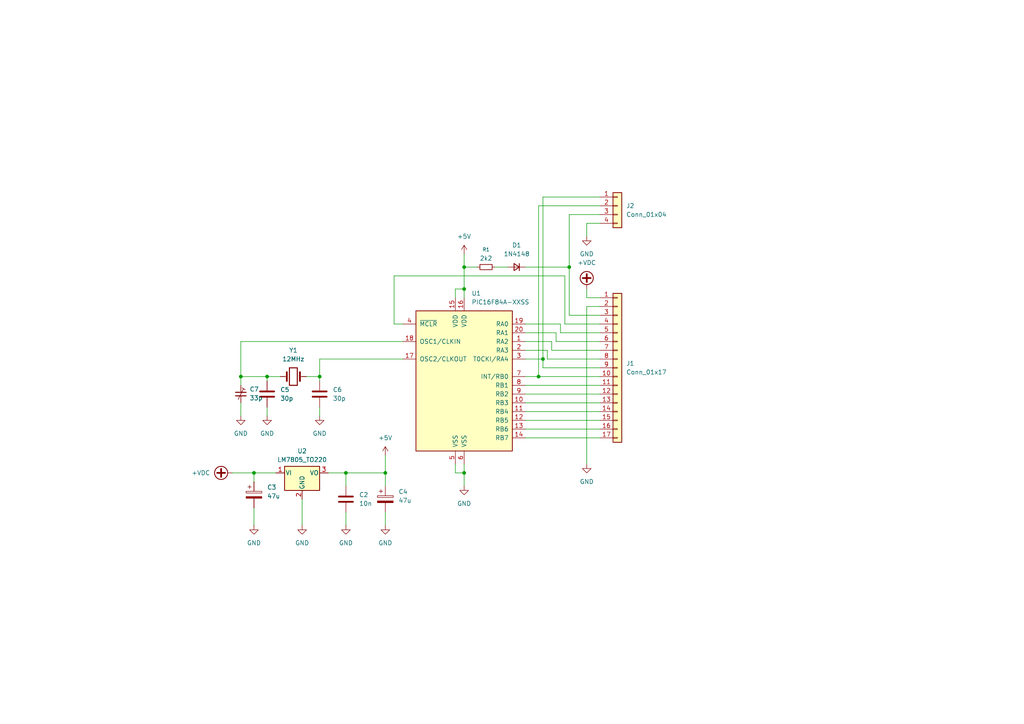
<source format=kicad_sch>
(kicad_sch
	(version 20250114)
	(generator "eeschema")
	(generator_version "9.0")
	(uuid "8ed38441-7d4e-4e89-870f-07e11c6dce38")
	(paper "A4")
	(title_block
		(title "sch04")
		(date "20 oct 2012")
		(rev "1.0")
	)
	(lib_symbols
		(symbol "Connector_Generic:Conn_01x04"
			(pin_names
				(offset 1.016)
				(hide yes)
			)
			(exclude_from_sim no)
			(in_bom yes)
			(on_board yes)
			(property "Reference" "J"
				(at 0 5.08 0)
				(effects
					(font
						(size 1.27 1.27)
					)
				)
			)
			(property "Value" "Conn_01x04"
				(at 0 -7.62 0)
				(effects
					(font
						(size 1.27 1.27)
					)
				)
			)
			(property "Footprint" ""
				(at 0 0 0)
				(effects
					(font
						(size 1.27 1.27)
					)
					(hide yes)
				)
			)
			(property "Datasheet" "~"
				(at 0 0 0)
				(effects
					(font
						(size 1.27 1.27)
					)
					(hide yes)
				)
			)
			(property "Description" "Generic connector, single row, 01x04, script generated (kicad-library-utils/schlib/autogen/connector/)"
				(at 0 0 0)
				(effects
					(font
						(size 1.27 1.27)
					)
					(hide yes)
				)
			)
			(property "ki_keywords" "connector"
				(at 0 0 0)
				(effects
					(font
						(size 1.27 1.27)
					)
					(hide yes)
				)
			)
			(property "ki_fp_filters" "Connector*:*_1x??_*"
				(at 0 0 0)
				(effects
					(font
						(size 1.27 1.27)
					)
					(hide yes)
				)
			)
			(symbol "Conn_01x04_1_1"
				(rectangle
					(start -1.27 3.81)
					(end 1.27 -6.35)
					(stroke
						(width 0.254)
						(type default)
					)
					(fill
						(type background)
					)
				)
				(rectangle
					(start -1.27 2.667)
					(end 0 2.413)
					(stroke
						(width 0.1524)
						(type default)
					)
					(fill
						(type none)
					)
				)
				(rectangle
					(start -1.27 0.127)
					(end 0 -0.127)
					(stroke
						(width 0.1524)
						(type default)
					)
					(fill
						(type none)
					)
				)
				(rectangle
					(start -1.27 -2.413)
					(end 0 -2.667)
					(stroke
						(width 0.1524)
						(type default)
					)
					(fill
						(type none)
					)
				)
				(rectangle
					(start -1.27 -4.953)
					(end 0 -5.207)
					(stroke
						(width 0.1524)
						(type default)
					)
					(fill
						(type none)
					)
				)
				(pin passive line
					(at -5.08 2.54 0)
					(length 3.81)
					(name "Pin_1"
						(effects
							(font
								(size 1.27 1.27)
							)
						)
					)
					(number "1"
						(effects
							(font
								(size 1.27 1.27)
							)
						)
					)
				)
				(pin passive line
					(at -5.08 0 0)
					(length 3.81)
					(name "Pin_2"
						(effects
							(font
								(size 1.27 1.27)
							)
						)
					)
					(number "2"
						(effects
							(font
								(size 1.27 1.27)
							)
						)
					)
				)
				(pin passive line
					(at -5.08 -2.54 0)
					(length 3.81)
					(name "Pin_3"
						(effects
							(font
								(size 1.27 1.27)
							)
						)
					)
					(number "3"
						(effects
							(font
								(size 1.27 1.27)
							)
						)
					)
				)
				(pin passive line
					(at -5.08 -5.08 0)
					(length 3.81)
					(name "Pin_4"
						(effects
							(font
								(size 1.27 1.27)
							)
						)
					)
					(number "4"
						(effects
							(font
								(size 1.27 1.27)
							)
						)
					)
				)
			)
			(embedded_fonts no)
		)
		(symbol "Connector_Generic:Conn_01x17"
			(pin_names
				(offset 1.016)
				(hide yes)
			)
			(exclude_from_sim no)
			(in_bom yes)
			(on_board yes)
			(property "Reference" "J"
				(at 0 22.86 0)
				(effects
					(font
						(size 1.27 1.27)
					)
				)
			)
			(property "Value" "Conn_01x17"
				(at 0 -22.86 0)
				(effects
					(font
						(size 1.27 1.27)
					)
				)
			)
			(property "Footprint" ""
				(at 0 0 0)
				(effects
					(font
						(size 1.27 1.27)
					)
					(hide yes)
				)
			)
			(property "Datasheet" "~"
				(at 0 0 0)
				(effects
					(font
						(size 1.27 1.27)
					)
					(hide yes)
				)
			)
			(property "Description" "Generic connector, single row, 01x17, script generated (kicad-library-utils/schlib/autogen/connector/)"
				(at 0 0 0)
				(effects
					(font
						(size 1.27 1.27)
					)
					(hide yes)
				)
			)
			(property "ki_keywords" "connector"
				(at 0 0 0)
				(effects
					(font
						(size 1.27 1.27)
					)
					(hide yes)
				)
			)
			(property "ki_fp_filters" "Connector*:*_1x??_*"
				(at 0 0 0)
				(effects
					(font
						(size 1.27 1.27)
					)
					(hide yes)
				)
			)
			(symbol "Conn_01x17_1_1"
				(rectangle
					(start -1.27 21.59)
					(end 1.27 -21.59)
					(stroke
						(width 0.254)
						(type default)
					)
					(fill
						(type background)
					)
				)
				(rectangle
					(start -1.27 20.447)
					(end 0 20.193)
					(stroke
						(width 0.1524)
						(type default)
					)
					(fill
						(type none)
					)
				)
				(rectangle
					(start -1.27 17.907)
					(end 0 17.653)
					(stroke
						(width 0.1524)
						(type default)
					)
					(fill
						(type none)
					)
				)
				(rectangle
					(start -1.27 15.367)
					(end 0 15.113)
					(stroke
						(width 0.1524)
						(type default)
					)
					(fill
						(type none)
					)
				)
				(rectangle
					(start -1.27 12.827)
					(end 0 12.573)
					(stroke
						(width 0.1524)
						(type default)
					)
					(fill
						(type none)
					)
				)
				(rectangle
					(start -1.27 10.287)
					(end 0 10.033)
					(stroke
						(width 0.1524)
						(type default)
					)
					(fill
						(type none)
					)
				)
				(rectangle
					(start -1.27 7.747)
					(end 0 7.493)
					(stroke
						(width 0.1524)
						(type default)
					)
					(fill
						(type none)
					)
				)
				(rectangle
					(start -1.27 5.207)
					(end 0 4.953)
					(stroke
						(width 0.1524)
						(type default)
					)
					(fill
						(type none)
					)
				)
				(rectangle
					(start -1.27 2.667)
					(end 0 2.413)
					(stroke
						(width 0.1524)
						(type default)
					)
					(fill
						(type none)
					)
				)
				(rectangle
					(start -1.27 0.127)
					(end 0 -0.127)
					(stroke
						(width 0.1524)
						(type default)
					)
					(fill
						(type none)
					)
				)
				(rectangle
					(start -1.27 -2.413)
					(end 0 -2.667)
					(stroke
						(width 0.1524)
						(type default)
					)
					(fill
						(type none)
					)
				)
				(rectangle
					(start -1.27 -4.953)
					(end 0 -5.207)
					(stroke
						(width 0.1524)
						(type default)
					)
					(fill
						(type none)
					)
				)
				(rectangle
					(start -1.27 -7.493)
					(end 0 -7.747)
					(stroke
						(width 0.1524)
						(type default)
					)
					(fill
						(type none)
					)
				)
				(rectangle
					(start -1.27 -10.033)
					(end 0 -10.287)
					(stroke
						(width 0.1524)
						(type default)
					)
					(fill
						(type none)
					)
				)
				(rectangle
					(start -1.27 -12.573)
					(end 0 -12.827)
					(stroke
						(width 0.1524)
						(type default)
					)
					(fill
						(type none)
					)
				)
				(rectangle
					(start -1.27 -15.113)
					(end 0 -15.367)
					(stroke
						(width 0.1524)
						(type default)
					)
					(fill
						(type none)
					)
				)
				(rectangle
					(start -1.27 -17.653)
					(end 0 -17.907)
					(stroke
						(width 0.1524)
						(type default)
					)
					(fill
						(type none)
					)
				)
				(rectangle
					(start -1.27 -20.193)
					(end 0 -20.447)
					(stroke
						(width 0.1524)
						(type default)
					)
					(fill
						(type none)
					)
				)
				(pin passive line
					(at -5.08 20.32 0)
					(length 3.81)
					(name "Pin_1"
						(effects
							(font
								(size 1.27 1.27)
							)
						)
					)
					(number "1"
						(effects
							(font
								(size 1.27 1.27)
							)
						)
					)
				)
				(pin passive line
					(at -5.08 17.78 0)
					(length 3.81)
					(name "Pin_2"
						(effects
							(font
								(size 1.27 1.27)
							)
						)
					)
					(number "2"
						(effects
							(font
								(size 1.27 1.27)
							)
						)
					)
				)
				(pin passive line
					(at -5.08 15.24 0)
					(length 3.81)
					(name "Pin_3"
						(effects
							(font
								(size 1.27 1.27)
							)
						)
					)
					(number "3"
						(effects
							(font
								(size 1.27 1.27)
							)
						)
					)
				)
				(pin passive line
					(at -5.08 12.7 0)
					(length 3.81)
					(name "Pin_4"
						(effects
							(font
								(size 1.27 1.27)
							)
						)
					)
					(number "4"
						(effects
							(font
								(size 1.27 1.27)
							)
						)
					)
				)
				(pin passive line
					(at -5.08 10.16 0)
					(length 3.81)
					(name "Pin_5"
						(effects
							(font
								(size 1.27 1.27)
							)
						)
					)
					(number "5"
						(effects
							(font
								(size 1.27 1.27)
							)
						)
					)
				)
				(pin passive line
					(at -5.08 7.62 0)
					(length 3.81)
					(name "Pin_6"
						(effects
							(font
								(size 1.27 1.27)
							)
						)
					)
					(number "6"
						(effects
							(font
								(size 1.27 1.27)
							)
						)
					)
				)
				(pin passive line
					(at -5.08 5.08 0)
					(length 3.81)
					(name "Pin_7"
						(effects
							(font
								(size 1.27 1.27)
							)
						)
					)
					(number "7"
						(effects
							(font
								(size 1.27 1.27)
							)
						)
					)
				)
				(pin passive line
					(at -5.08 2.54 0)
					(length 3.81)
					(name "Pin_8"
						(effects
							(font
								(size 1.27 1.27)
							)
						)
					)
					(number "8"
						(effects
							(font
								(size 1.27 1.27)
							)
						)
					)
				)
				(pin passive line
					(at -5.08 0 0)
					(length 3.81)
					(name "Pin_9"
						(effects
							(font
								(size 1.27 1.27)
							)
						)
					)
					(number "9"
						(effects
							(font
								(size 1.27 1.27)
							)
						)
					)
				)
				(pin passive line
					(at -5.08 -2.54 0)
					(length 3.81)
					(name "Pin_10"
						(effects
							(font
								(size 1.27 1.27)
							)
						)
					)
					(number "10"
						(effects
							(font
								(size 1.27 1.27)
							)
						)
					)
				)
				(pin passive line
					(at -5.08 -5.08 0)
					(length 3.81)
					(name "Pin_11"
						(effects
							(font
								(size 1.27 1.27)
							)
						)
					)
					(number "11"
						(effects
							(font
								(size 1.27 1.27)
							)
						)
					)
				)
				(pin passive line
					(at -5.08 -7.62 0)
					(length 3.81)
					(name "Pin_12"
						(effects
							(font
								(size 1.27 1.27)
							)
						)
					)
					(number "12"
						(effects
							(font
								(size 1.27 1.27)
							)
						)
					)
				)
				(pin passive line
					(at -5.08 -10.16 0)
					(length 3.81)
					(name "Pin_13"
						(effects
							(font
								(size 1.27 1.27)
							)
						)
					)
					(number "13"
						(effects
							(font
								(size 1.27 1.27)
							)
						)
					)
				)
				(pin passive line
					(at -5.08 -12.7 0)
					(length 3.81)
					(name "Pin_14"
						(effects
							(font
								(size 1.27 1.27)
							)
						)
					)
					(number "14"
						(effects
							(font
								(size 1.27 1.27)
							)
						)
					)
				)
				(pin passive line
					(at -5.08 -15.24 0)
					(length 3.81)
					(name "Pin_15"
						(effects
							(font
								(size 1.27 1.27)
							)
						)
					)
					(number "15"
						(effects
							(font
								(size 1.27 1.27)
							)
						)
					)
				)
				(pin passive line
					(at -5.08 -17.78 0)
					(length 3.81)
					(name "Pin_16"
						(effects
							(font
								(size 1.27 1.27)
							)
						)
					)
					(number "16"
						(effects
							(font
								(size 1.27 1.27)
							)
						)
					)
				)
				(pin passive line
					(at -5.08 -20.32 0)
					(length 3.81)
					(name "Pin_17"
						(effects
							(font
								(size 1.27 1.27)
							)
						)
					)
					(number "17"
						(effects
							(font
								(size 1.27 1.27)
							)
						)
					)
				)
			)
			(embedded_fonts no)
		)
		(symbol "Device:C"
			(pin_numbers
				(hide yes)
			)
			(pin_names
				(offset 0.254)
			)
			(exclude_from_sim no)
			(in_bom yes)
			(on_board yes)
			(property "Reference" "C"
				(at 0.635 2.54 0)
				(effects
					(font
						(size 1.27 1.27)
					)
					(justify left)
				)
			)
			(property "Value" "C"
				(at 0.635 -2.54 0)
				(effects
					(font
						(size 1.27 1.27)
					)
					(justify left)
				)
			)
			(property "Footprint" ""
				(at 0.9652 -3.81 0)
				(effects
					(font
						(size 1.27 1.27)
					)
					(hide yes)
				)
			)
			(property "Datasheet" "~"
				(at 0 0 0)
				(effects
					(font
						(size 1.27 1.27)
					)
					(hide yes)
				)
			)
			(property "Description" "Unpolarized capacitor"
				(at 0 0 0)
				(effects
					(font
						(size 1.27 1.27)
					)
					(hide yes)
				)
			)
			(property "ki_keywords" "cap capacitor"
				(at 0 0 0)
				(effects
					(font
						(size 1.27 1.27)
					)
					(hide yes)
				)
			)
			(property "ki_fp_filters" "C_*"
				(at 0 0 0)
				(effects
					(font
						(size 1.27 1.27)
					)
					(hide yes)
				)
			)
			(symbol "C_0_1"
				(polyline
					(pts
						(xy -2.032 0.762) (xy 2.032 0.762)
					)
					(stroke
						(width 0.508)
						(type default)
					)
					(fill
						(type none)
					)
				)
				(polyline
					(pts
						(xy -2.032 -0.762) (xy 2.032 -0.762)
					)
					(stroke
						(width 0.508)
						(type default)
					)
					(fill
						(type none)
					)
				)
			)
			(symbol "C_1_1"
				(pin passive line
					(at 0 3.81 270)
					(length 2.794)
					(name "~"
						(effects
							(font
								(size 1.27 1.27)
							)
						)
					)
					(number "1"
						(effects
							(font
								(size 1.27 1.27)
							)
						)
					)
				)
				(pin passive line
					(at 0 -3.81 90)
					(length 2.794)
					(name "~"
						(effects
							(font
								(size 1.27 1.27)
							)
						)
					)
					(number "2"
						(effects
							(font
								(size 1.27 1.27)
							)
						)
					)
				)
			)
			(embedded_fonts no)
		)
		(symbol "Device:C_Polarized"
			(pin_numbers
				(hide yes)
			)
			(pin_names
				(offset 0.254)
			)
			(exclude_from_sim no)
			(in_bom yes)
			(on_board yes)
			(property "Reference" "C"
				(at 0.635 2.54 0)
				(effects
					(font
						(size 1.27 1.27)
					)
					(justify left)
				)
			)
			(property "Value" "C_Polarized"
				(at 0.635 -2.54 0)
				(effects
					(font
						(size 1.27 1.27)
					)
					(justify left)
				)
			)
			(property "Footprint" ""
				(at 0.9652 -3.81 0)
				(effects
					(font
						(size 1.27 1.27)
					)
					(hide yes)
				)
			)
			(property "Datasheet" "~"
				(at 0 0 0)
				(effects
					(font
						(size 1.27 1.27)
					)
					(hide yes)
				)
			)
			(property "Description" "Polarized capacitor"
				(at 0 0 0)
				(effects
					(font
						(size 1.27 1.27)
					)
					(hide yes)
				)
			)
			(property "ki_keywords" "cap capacitor"
				(at 0 0 0)
				(effects
					(font
						(size 1.27 1.27)
					)
					(hide yes)
				)
			)
			(property "ki_fp_filters" "CP_*"
				(at 0 0 0)
				(effects
					(font
						(size 1.27 1.27)
					)
					(hide yes)
				)
			)
			(symbol "C_Polarized_0_1"
				(rectangle
					(start -2.286 0.508)
					(end 2.286 1.016)
					(stroke
						(width 0)
						(type default)
					)
					(fill
						(type none)
					)
				)
				(polyline
					(pts
						(xy -1.778 2.286) (xy -0.762 2.286)
					)
					(stroke
						(width 0)
						(type default)
					)
					(fill
						(type none)
					)
				)
				(polyline
					(pts
						(xy -1.27 2.794) (xy -1.27 1.778)
					)
					(stroke
						(width 0)
						(type default)
					)
					(fill
						(type none)
					)
				)
				(rectangle
					(start 2.286 -0.508)
					(end -2.286 -1.016)
					(stroke
						(width 0)
						(type default)
					)
					(fill
						(type outline)
					)
				)
			)
			(symbol "C_Polarized_1_1"
				(pin passive line
					(at 0 3.81 270)
					(length 2.794)
					(name "~"
						(effects
							(font
								(size 1.27 1.27)
							)
						)
					)
					(number "1"
						(effects
							(font
								(size 1.27 1.27)
							)
						)
					)
				)
				(pin passive line
					(at 0 -3.81 90)
					(length 2.794)
					(name "~"
						(effects
							(font
								(size 1.27 1.27)
							)
						)
					)
					(number "2"
						(effects
							(font
								(size 1.27 1.27)
							)
						)
					)
				)
			)
			(embedded_fonts no)
		)
		(symbol "Device:C_Trim_Small"
			(pin_numbers
				(hide yes)
			)
			(pin_names
				(offset 0.254)
				(hide yes)
			)
			(exclude_from_sim no)
			(in_bom yes)
			(on_board yes)
			(property "Reference" "C"
				(at 1.524 -2.032 0)
				(effects
					(font
						(size 1.27 1.27)
					)
				)
			)
			(property "Value" "C_Trim_Small"
				(at 3.048 -3.556 0)
				(effects
					(font
						(size 1.27 1.27)
					)
				)
			)
			(property "Footprint" ""
				(at 0 0 0)
				(effects
					(font
						(size 1.27 1.27)
					)
					(hide yes)
				)
			)
			(property "Datasheet" "~"
				(at 0 0 0)
				(effects
					(font
						(size 1.27 1.27)
					)
					(hide yes)
				)
			)
			(property "Description" "Trimmable capacitor, small symbol"
				(at 0 0 0)
				(effects
					(font
						(size 1.27 1.27)
					)
					(hide yes)
				)
			)
			(property "ki_keywords" "trimmer variable capacitor"
				(at 0 0 0)
				(effects
					(font
						(size 1.27 1.27)
					)
					(hide yes)
				)
			)
			(property "ki_fp_filters" "C_*"
				(at 0 0 0)
				(effects
					(font
						(size 1.27 1.27)
					)
					(hide yes)
				)
			)
			(symbol "C_Trim_Small_0_1"
				(polyline
					(pts
						(xy -1.524 0.508) (xy 1.524 0.508)
					)
					(stroke
						(width 0.3048)
						(type default)
					)
					(fill
						(type none)
					)
				)
				(polyline
					(pts
						(xy -1.524 -0.508) (xy 1.524 -0.508)
					)
					(stroke
						(width 0.3048)
						(type default)
					)
					(fill
						(type none)
					)
				)
				(polyline
					(pts
						(xy 0.762 1.524) (xy -0.762 -1.524)
					)
					(stroke
						(width 0.1778)
						(type default)
					)
					(fill
						(type none)
					)
				)
				(polyline
					(pts
						(xy 1.27 1.27) (xy 0.381 1.778)
					)
					(stroke
						(width 0.1778)
						(type default)
					)
					(fill
						(type none)
					)
				)
			)
			(symbol "C_Trim_Small_1_1"
				(pin passive line
					(at 0 2.54 270)
					(length 2.032)
					(name "~"
						(effects
							(font
								(size 1.27 1.27)
							)
						)
					)
					(number "1"
						(effects
							(font
								(size 1.27 1.27)
							)
						)
					)
				)
				(pin passive line
					(at 0 -2.54 90)
					(length 2.032)
					(name "~"
						(effects
							(font
								(size 1.27 1.27)
							)
						)
					)
					(number "2"
						(effects
							(font
								(size 1.27 1.27)
							)
						)
					)
				)
			)
			(embedded_fonts no)
		)
		(symbol "Device:Crystal"
			(pin_numbers
				(hide yes)
			)
			(pin_names
				(offset 1.016)
				(hide yes)
			)
			(exclude_from_sim no)
			(in_bom yes)
			(on_board yes)
			(property "Reference" "Y"
				(at 0 3.81 0)
				(effects
					(font
						(size 1.27 1.27)
					)
				)
			)
			(property "Value" "Crystal"
				(at 0 -3.81 0)
				(effects
					(font
						(size 1.27 1.27)
					)
				)
			)
			(property "Footprint" ""
				(at 0 0 0)
				(effects
					(font
						(size 1.27 1.27)
					)
					(hide yes)
				)
			)
			(property "Datasheet" "~"
				(at 0 0 0)
				(effects
					(font
						(size 1.27 1.27)
					)
					(hide yes)
				)
			)
			(property "Description" "Two pin crystal"
				(at 0 0 0)
				(effects
					(font
						(size 1.27 1.27)
					)
					(hide yes)
				)
			)
			(property "ki_keywords" "quartz ceramic resonator oscillator"
				(at 0 0 0)
				(effects
					(font
						(size 1.27 1.27)
					)
					(hide yes)
				)
			)
			(property "ki_fp_filters" "Crystal*"
				(at 0 0 0)
				(effects
					(font
						(size 1.27 1.27)
					)
					(hide yes)
				)
			)
			(symbol "Crystal_0_1"
				(polyline
					(pts
						(xy -2.54 0) (xy -1.905 0)
					)
					(stroke
						(width 0)
						(type default)
					)
					(fill
						(type none)
					)
				)
				(polyline
					(pts
						(xy -1.905 -1.27) (xy -1.905 1.27)
					)
					(stroke
						(width 0.508)
						(type default)
					)
					(fill
						(type none)
					)
				)
				(rectangle
					(start -1.143 2.54)
					(end 1.143 -2.54)
					(stroke
						(width 0.3048)
						(type default)
					)
					(fill
						(type none)
					)
				)
				(polyline
					(pts
						(xy 1.905 -1.27) (xy 1.905 1.27)
					)
					(stroke
						(width 0.508)
						(type default)
					)
					(fill
						(type none)
					)
				)
				(polyline
					(pts
						(xy 2.54 0) (xy 1.905 0)
					)
					(stroke
						(width 0)
						(type default)
					)
					(fill
						(type none)
					)
				)
			)
			(symbol "Crystal_1_1"
				(pin passive line
					(at -3.81 0 0)
					(length 1.27)
					(name "1"
						(effects
							(font
								(size 1.27 1.27)
							)
						)
					)
					(number "1"
						(effects
							(font
								(size 1.27 1.27)
							)
						)
					)
				)
				(pin passive line
					(at 3.81 0 180)
					(length 1.27)
					(name "2"
						(effects
							(font
								(size 1.27 1.27)
							)
						)
					)
					(number "2"
						(effects
							(font
								(size 1.27 1.27)
							)
						)
					)
				)
			)
			(embedded_fonts no)
		)
		(symbol "Device:D_Small"
			(pin_numbers
				(hide yes)
			)
			(pin_names
				(offset 0.254)
				(hide yes)
			)
			(exclude_from_sim no)
			(in_bom yes)
			(on_board yes)
			(property "Reference" "D"
				(at -1.27 2.032 0)
				(effects
					(font
						(size 1.27 1.27)
					)
					(justify left)
				)
			)
			(property "Value" "D_Small"
				(at -3.81 -2.032 0)
				(effects
					(font
						(size 1.27 1.27)
					)
					(justify left)
				)
			)
			(property "Footprint" ""
				(at 0 0 90)
				(effects
					(font
						(size 1.27 1.27)
					)
					(hide yes)
				)
			)
			(property "Datasheet" "~"
				(at 0 0 90)
				(effects
					(font
						(size 1.27 1.27)
					)
					(hide yes)
				)
			)
			(property "Description" "Diode, small symbol"
				(at 0 0 0)
				(effects
					(font
						(size 1.27 1.27)
					)
					(hide yes)
				)
			)
			(property "Sim.Device" "D"
				(at 0 0 0)
				(effects
					(font
						(size 1.27 1.27)
					)
					(hide yes)
				)
			)
			(property "Sim.Pins" "1=K 2=A"
				(at 0 0 0)
				(effects
					(font
						(size 1.27 1.27)
					)
					(hide yes)
				)
			)
			(property "ki_keywords" "diode"
				(at 0 0 0)
				(effects
					(font
						(size 1.27 1.27)
					)
					(hide yes)
				)
			)
			(property "ki_fp_filters" "TO-???* *_Diode_* *SingleDiode* D_*"
				(at 0 0 0)
				(effects
					(font
						(size 1.27 1.27)
					)
					(hide yes)
				)
			)
			(symbol "D_Small_0_1"
				(polyline
					(pts
						(xy -0.762 0) (xy 0.762 0)
					)
					(stroke
						(width 0)
						(type default)
					)
					(fill
						(type none)
					)
				)
				(polyline
					(pts
						(xy -0.762 -1.016) (xy -0.762 1.016)
					)
					(stroke
						(width 0.254)
						(type default)
					)
					(fill
						(type none)
					)
				)
				(polyline
					(pts
						(xy 0.762 -1.016) (xy -0.762 0) (xy 0.762 1.016) (xy 0.762 -1.016)
					)
					(stroke
						(width 0.254)
						(type default)
					)
					(fill
						(type none)
					)
				)
			)
			(symbol "D_Small_1_1"
				(pin passive line
					(at -2.54 0 0)
					(length 1.778)
					(name "K"
						(effects
							(font
								(size 1.27 1.27)
							)
						)
					)
					(number "1"
						(effects
							(font
								(size 1.27 1.27)
							)
						)
					)
				)
				(pin passive line
					(at 2.54 0 180)
					(length 1.778)
					(name "A"
						(effects
							(font
								(size 1.27 1.27)
							)
						)
					)
					(number "2"
						(effects
							(font
								(size 1.27 1.27)
							)
						)
					)
				)
			)
			(embedded_fonts no)
		)
		(symbol "Device:R_Small"
			(pin_numbers
				(hide yes)
			)
			(pin_names
				(offset 0.254)
				(hide yes)
			)
			(exclude_from_sim no)
			(in_bom yes)
			(on_board yes)
			(property "Reference" "R"
				(at 0 0 90)
				(effects
					(font
						(size 1.016 1.016)
					)
				)
			)
			(property "Value" "R_Small"
				(at 1.778 0 90)
				(effects
					(font
						(size 1.27 1.27)
					)
				)
			)
			(property "Footprint" ""
				(at 0 0 0)
				(effects
					(font
						(size 1.27 1.27)
					)
					(hide yes)
				)
			)
			(property "Datasheet" "~"
				(at 0 0 0)
				(effects
					(font
						(size 1.27 1.27)
					)
					(hide yes)
				)
			)
			(property "Description" "Resistor, small symbol"
				(at 0 0 0)
				(effects
					(font
						(size 1.27 1.27)
					)
					(hide yes)
				)
			)
			(property "ki_keywords" "R resistor"
				(at 0 0 0)
				(effects
					(font
						(size 1.27 1.27)
					)
					(hide yes)
				)
			)
			(property "ki_fp_filters" "R_*"
				(at 0 0 0)
				(effects
					(font
						(size 1.27 1.27)
					)
					(hide yes)
				)
			)
			(symbol "R_Small_0_1"
				(rectangle
					(start -0.762 1.778)
					(end 0.762 -1.778)
					(stroke
						(width 0.2032)
						(type default)
					)
					(fill
						(type none)
					)
				)
			)
			(symbol "R_Small_1_1"
				(pin passive line
					(at 0 2.54 270)
					(length 0.762)
					(name "~"
						(effects
							(font
								(size 1.27 1.27)
							)
						)
					)
					(number "1"
						(effects
							(font
								(size 1.27 1.27)
							)
						)
					)
				)
				(pin passive line
					(at 0 -2.54 90)
					(length 0.762)
					(name "~"
						(effects
							(font
								(size 1.27 1.27)
							)
						)
					)
					(number "2"
						(effects
							(font
								(size 1.27 1.27)
							)
						)
					)
				)
			)
			(embedded_fonts no)
		)
		(symbol "MCU_Microchip_PIC16:PIC16F84A-XXSS"
			(pin_names
				(offset 1.016)
			)
			(exclude_from_sim no)
			(in_bom yes)
			(on_board yes)
			(property "Reference" "U"
				(at 2.54 22.86 0)
				(effects
					(font
						(size 1.27 1.27)
					)
					(justify left)
				)
			)
			(property "Value" "PIC16F84A-XXSS"
				(at 2.54 20.32 0)
				(effects
					(font
						(size 1.27 1.27)
					)
					(justify left)
				)
			)
			(property "Footprint" ""
				(at 0 0 0)
				(effects
					(font
						(size 1.27 1.27)
						(italic yes)
					)
					(hide yes)
				)
			)
			(property "Datasheet" "http://ww1.microchip.com/downloads/en/devicedoc/35007b.pdf"
				(at 0 0 0)
				(effects
					(font
						(size 1.27 1.27)
					)
					(hide yes)
				)
			)
			(property "Description" "PIC16F84A, 1KB Flash, 68B SRAM, 64B EEPROM, SSOP18"
				(at 0 0 0)
				(effects
					(font
						(size 1.27 1.27)
					)
					(hide yes)
				)
			)
			(property "ki_keywords" "Flash-Based 8-Bit Microcontroller"
				(at 0 0 0)
				(effects
					(font
						(size 1.27 1.27)
					)
					(hide yes)
				)
			)
			(property "ki_fp_filters" "SSOP*"
				(at 0 0 0)
				(effects
					(font
						(size 1.27 1.27)
					)
					(hide yes)
				)
			)
			(symbol "PIC16F84A-XXSS_0_1"
				(rectangle
					(start -13.97 19.05)
					(end 13.97 -21.59)
					(stroke
						(width 0.254)
						(type default)
					)
					(fill
						(type background)
					)
				)
			)
			(symbol "PIC16F84A-XXSS_1_1"
				(pin input line
					(at -17.78 15.24 0)
					(length 3.81)
					(name "~{MCLR}"
						(effects
							(font
								(size 1.27 1.27)
							)
						)
					)
					(number "4"
						(effects
							(font
								(size 1.27 1.27)
							)
						)
					)
				)
				(pin input line
					(at -17.78 10.16 0)
					(length 3.81)
					(name "OSC1/CLKIN"
						(effects
							(font
								(size 1.27 1.27)
							)
						)
					)
					(number "18"
						(effects
							(font
								(size 1.27 1.27)
							)
						)
					)
				)
				(pin output line
					(at -17.78 5.08 0)
					(length 3.81)
					(name "OSC2/CLKOUT"
						(effects
							(font
								(size 1.27 1.27)
							)
						)
					)
					(number "17"
						(effects
							(font
								(size 1.27 1.27)
							)
						)
					)
				)
				(pin power_in line
					(at -2.54 22.86 270)
					(length 3.81)
					(name "VDD"
						(effects
							(font
								(size 1.27 1.27)
							)
						)
					)
					(number "15"
						(effects
							(font
								(size 1.27 1.27)
							)
						)
					)
				)
				(pin power_in line
					(at -2.54 -25.4 90)
					(length 3.81)
					(name "VSS"
						(effects
							(font
								(size 1.27 1.27)
							)
						)
					)
					(number "5"
						(effects
							(font
								(size 1.27 1.27)
							)
						)
					)
				)
				(pin power_in line
					(at 0 22.86 270)
					(length 3.81)
					(name "VDD"
						(effects
							(font
								(size 1.27 1.27)
							)
						)
					)
					(number "16"
						(effects
							(font
								(size 1.27 1.27)
							)
						)
					)
				)
				(pin power_in line
					(at 0 -25.4 90)
					(length 3.81)
					(name "VSS"
						(effects
							(font
								(size 1.27 1.27)
							)
						)
					)
					(number "6"
						(effects
							(font
								(size 1.27 1.27)
							)
						)
					)
				)
				(pin bidirectional line
					(at 17.78 15.24 180)
					(length 3.81)
					(name "RA0"
						(effects
							(font
								(size 1.27 1.27)
							)
						)
					)
					(number "19"
						(effects
							(font
								(size 1.27 1.27)
							)
						)
					)
				)
				(pin bidirectional line
					(at 17.78 12.7 180)
					(length 3.81)
					(name "RA1"
						(effects
							(font
								(size 1.27 1.27)
							)
						)
					)
					(number "20"
						(effects
							(font
								(size 1.27 1.27)
							)
						)
					)
				)
				(pin bidirectional line
					(at 17.78 10.16 180)
					(length 3.81)
					(name "RA2"
						(effects
							(font
								(size 1.27 1.27)
							)
						)
					)
					(number "1"
						(effects
							(font
								(size 1.27 1.27)
							)
						)
					)
				)
				(pin bidirectional line
					(at 17.78 7.62 180)
					(length 3.81)
					(name "RA3"
						(effects
							(font
								(size 1.27 1.27)
							)
						)
					)
					(number "2"
						(effects
							(font
								(size 1.27 1.27)
							)
						)
					)
				)
				(pin bidirectional line
					(at 17.78 5.08 180)
					(length 3.81)
					(name "T0CKI/RA4"
						(effects
							(font
								(size 1.27 1.27)
							)
						)
					)
					(number "3"
						(effects
							(font
								(size 1.27 1.27)
							)
						)
					)
				)
				(pin bidirectional line
					(at 17.78 0 180)
					(length 3.81)
					(name "INT/RB0"
						(effects
							(font
								(size 1.27 1.27)
							)
						)
					)
					(number "7"
						(effects
							(font
								(size 1.27 1.27)
							)
						)
					)
				)
				(pin bidirectional line
					(at 17.78 -2.54 180)
					(length 3.81)
					(name "RB1"
						(effects
							(font
								(size 1.27 1.27)
							)
						)
					)
					(number "8"
						(effects
							(font
								(size 1.27 1.27)
							)
						)
					)
				)
				(pin bidirectional line
					(at 17.78 -5.08 180)
					(length 3.81)
					(name "RB2"
						(effects
							(font
								(size 1.27 1.27)
							)
						)
					)
					(number "9"
						(effects
							(font
								(size 1.27 1.27)
							)
						)
					)
				)
				(pin bidirectional line
					(at 17.78 -7.62 180)
					(length 3.81)
					(name "RB3"
						(effects
							(font
								(size 1.27 1.27)
							)
						)
					)
					(number "10"
						(effects
							(font
								(size 1.27 1.27)
							)
						)
					)
				)
				(pin bidirectional line
					(at 17.78 -10.16 180)
					(length 3.81)
					(name "RB4"
						(effects
							(font
								(size 1.27 1.27)
							)
						)
					)
					(number "11"
						(effects
							(font
								(size 1.27 1.27)
							)
						)
					)
				)
				(pin bidirectional line
					(at 17.78 -12.7 180)
					(length 3.81)
					(name "RB5"
						(effects
							(font
								(size 1.27 1.27)
							)
						)
					)
					(number "12"
						(effects
							(font
								(size 1.27 1.27)
							)
						)
					)
				)
				(pin bidirectional line
					(at 17.78 -15.24 180)
					(length 3.81)
					(name "RB6"
						(effects
							(font
								(size 1.27 1.27)
							)
						)
					)
					(number "13"
						(effects
							(font
								(size 1.27 1.27)
							)
						)
					)
				)
				(pin bidirectional line
					(at 17.78 -17.78 180)
					(length 3.81)
					(name "RB7"
						(effects
							(font
								(size 1.27 1.27)
							)
						)
					)
					(number "14"
						(effects
							(font
								(size 1.27 1.27)
							)
						)
					)
				)
			)
			(embedded_fonts no)
		)
		(symbol "Regulator_Linear:LM7805_TO220"
			(pin_names
				(offset 0.254)
			)
			(exclude_from_sim no)
			(in_bom yes)
			(on_board yes)
			(property "Reference" "U"
				(at -3.81 3.175 0)
				(effects
					(font
						(size 1.27 1.27)
					)
				)
			)
			(property "Value" "LM7805_TO220"
				(at 0 3.175 0)
				(effects
					(font
						(size 1.27 1.27)
					)
					(justify left)
				)
			)
			(property "Footprint" "Package_TO_SOT_THT:TO-220-3_Vertical"
				(at 0 5.715 0)
				(effects
					(font
						(size 1.27 1.27)
						(italic yes)
					)
					(hide yes)
				)
			)
			(property "Datasheet" "https://www.onsemi.cn/PowerSolutions/document/MC7800-D.PDF"
				(at 0 -1.27 0)
				(effects
					(font
						(size 1.27 1.27)
					)
					(hide yes)
				)
			)
			(property "Description" "Positive 1A 35V Linear Regulator, Fixed Output 5V, TO-220"
				(at 0 0 0)
				(effects
					(font
						(size 1.27 1.27)
					)
					(hide yes)
				)
			)
			(property "ki_keywords" "Voltage Regulator 1A Positive"
				(at 0 0 0)
				(effects
					(font
						(size 1.27 1.27)
					)
					(hide yes)
				)
			)
			(property "ki_fp_filters" "TO?220*"
				(at 0 0 0)
				(effects
					(font
						(size 1.27 1.27)
					)
					(hide yes)
				)
			)
			(symbol "LM7805_TO220_0_1"
				(rectangle
					(start -5.08 1.905)
					(end 5.08 -5.08)
					(stroke
						(width 0.254)
						(type default)
					)
					(fill
						(type background)
					)
				)
			)
			(symbol "LM7805_TO220_1_1"
				(pin power_in line
					(at -7.62 0 0)
					(length 2.54)
					(name "VI"
						(effects
							(font
								(size 1.27 1.27)
							)
						)
					)
					(number "1"
						(effects
							(font
								(size 1.27 1.27)
							)
						)
					)
				)
				(pin power_in line
					(at 0 -7.62 90)
					(length 2.54)
					(name "GND"
						(effects
							(font
								(size 1.27 1.27)
							)
						)
					)
					(number "2"
						(effects
							(font
								(size 1.27 1.27)
							)
						)
					)
				)
				(pin power_out line
					(at 7.62 0 180)
					(length 2.54)
					(name "VO"
						(effects
							(font
								(size 1.27 1.27)
							)
						)
					)
					(number "3"
						(effects
							(font
								(size 1.27 1.27)
							)
						)
					)
				)
			)
			(embedded_fonts no)
		)
		(symbol "power:+5V"
			(power)
			(pin_numbers
				(hide yes)
			)
			(pin_names
				(offset 0)
				(hide yes)
			)
			(exclude_from_sim no)
			(in_bom yes)
			(on_board yes)
			(property "Reference" "#PWR"
				(at 0 -3.81 0)
				(effects
					(font
						(size 1.27 1.27)
					)
					(hide yes)
				)
			)
			(property "Value" "+5V"
				(at 0 3.556 0)
				(effects
					(font
						(size 1.27 1.27)
					)
				)
			)
			(property "Footprint" ""
				(at 0 0 0)
				(effects
					(font
						(size 1.27 1.27)
					)
					(hide yes)
				)
			)
			(property "Datasheet" ""
				(at 0 0 0)
				(effects
					(font
						(size 1.27 1.27)
					)
					(hide yes)
				)
			)
			(property "Description" "Power symbol creates a global label with name \"+5V\""
				(at 0 0 0)
				(effects
					(font
						(size 1.27 1.27)
					)
					(hide yes)
				)
			)
			(property "ki_keywords" "global power"
				(at 0 0 0)
				(effects
					(font
						(size 1.27 1.27)
					)
					(hide yes)
				)
			)
			(symbol "+5V_0_1"
				(polyline
					(pts
						(xy -0.762 1.27) (xy 0 2.54)
					)
					(stroke
						(width 0)
						(type default)
					)
					(fill
						(type none)
					)
				)
				(polyline
					(pts
						(xy 0 2.54) (xy 0.762 1.27)
					)
					(stroke
						(width 0)
						(type default)
					)
					(fill
						(type none)
					)
				)
				(polyline
					(pts
						(xy 0 0) (xy 0 2.54)
					)
					(stroke
						(width 0)
						(type default)
					)
					(fill
						(type none)
					)
				)
			)
			(symbol "+5V_1_1"
				(pin power_in line
					(at 0 0 90)
					(length 0)
					(name "~"
						(effects
							(font
								(size 1.27 1.27)
							)
						)
					)
					(number "1"
						(effects
							(font
								(size 1.27 1.27)
							)
						)
					)
				)
			)
			(embedded_fonts no)
		)
		(symbol "power:+VDC"
			(power)
			(pin_numbers
				(hide yes)
			)
			(pin_names
				(offset 0)
				(hide yes)
			)
			(exclude_from_sim no)
			(in_bom yes)
			(on_board yes)
			(property "Reference" "#PWR"
				(at 0 -2.54 0)
				(effects
					(font
						(size 1.27 1.27)
					)
					(hide yes)
				)
			)
			(property "Value" "+VDC"
				(at 0 6.35 0)
				(effects
					(font
						(size 1.27 1.27)
					)
				)
			)
			(property "Footprint" ""
				(at 0 0 0)
				(effects
					(font
						(size 1.27 1.27)
					)
					(hide yes)
				)
			)
			(property "Datasheet" ""
				(at 0 0 0)
				(effects
					(font
						(size 1.27 1.27)
					)
					(hide yes)
				)
			)
			(property "Description" "Power symbol creates a global label with name \"+VDC\""
				(at 0 0 0)
				(effects
					(font
						(size 1.27 1.27)
					)
					(hide yes)
				)
			)
			(property "ki_keywords" "global power"
				(at 0 0 0)
				(effects
					(font
						(size 1.27 1.27)
					)
					(hide yes)
				)
			)
			(symbol "+VDC_0_1"
				(polyline
					(pts
						(xy -1.143 3.175) (xy 1.143 3.175)
					)
					(stroke
						(width 0.508)
						(type default)
					)
					(fill
						(type none)
					)
				)
				(circle
					(center 0 3.175)
					(radius 1.905)
					(stroke
						(width 0.254)
						(type default)
					)
					(fill
						(type none)
					)
				)
				(polyline
					(pts
						(xy 0 2.032) (xy 0 4.318)
					)
					(stroke
						(width 0.508)
						(type default)
					)
					(fill
						(type none)
					)
				)
				(polyline
					(pts
						(xy 0 0) (xy 0 1.27)
					)
					(stroke
						(width 0)
						(type default)
					)
					(fill
						(type none)
					)
				)
			)
			(symbol "+VDC_1_1"
				(pin power_in line
					(at 0 0 90)
					(length 0)
					(name "~"
						(effects
							(font
								(size 1.27 1.27)
							)
						)
					)
					(number "1"
						(effects
							(font
								(size 1.27 1.27)
							)
						)
					)
				)
			)
			(embedded_fonts no)
		)
		(symbol "power:GND"
			(power)
			(pin_numbers
				(hide yes)
			)
			(pin_names
				(offset 0)
				(hide yes)
			)
			(exclude_from_sim no)
			(in_bom yes)
			(on_board yes)
			(property "Reference" "#PWR"
				(at 0 -6.35 0)
				(effects
					(font
						(size 1.27 1.27)
					)
					(hide yes)
				)
			)
			(property "Value" "GND"
				(at 0 -3.81 0)
				(effects
					(font
						(size 1.27 1.27)
					)
				)
			)
			(property "Footprint" ""
				(at 0 0 0)
				(effects
					(font
						(size 1.27 1.27)
					)
					(hide yes)
				)
			)
			(property "Datasheet" ""
				(at 0 0 0)
				(effects
					(font
						(size 1.27 1.27)
					)
					(hide yes)
				)
			)
			(property "Description" "Power symbol creates a global label with name \"GND\" , ground"
				(at 0 0 0)
				(effects
					(font
						(size 1.27 1.27)
					)
					(hide yes)
				)
			)
			(property "ki_keywords" "global power"
				(at 0 0 0)
				(effects
					(font
						(size 1.27 1.27)
					)
					(hide yes)
				)
			)
			(symbol "GND_0_1"
				(polyline
					(pts
						(xy 0 0) (xy 0 -1.27) (xy 1.27 -1.27) (xy 0 -2.54) (xy -1.27 -1.27) (xy 0 -1.27)
					)
					(stroke
						(width 0)
						(type default)
					)
					(fill
						(type none)
					)
				)
			)
			(symbol "GND_1_1"
				(pin power_in line
					(at 0 0 270)
					(length 0)
					(name "~"
						(effects
							(font
								(size 1.27 1.27)
							)
						)
					)
					(number "1"
						(effects
							(font
								(size 1.27 1.27)
							)
						)
					)
				)
			)
			(embedded_fonts no)
		)
	)
	(junction
		(at 165.1 77.47)
		(diameter 0)
		(color 0 0 0 0)
		(uuid "028c2340-b1de-4dcf-abe5-e09dec86ac7a")
	)
	(junction
		(at 134.62 137.16)
		(diameter 0)
		(color 0 0 0 0)
		(uuid "15843517-31f2-47a9-953e-ef6462bc8d88")
	)
	(junction
		(at 134.62 77.47)
		(diameter 0)
		(color 0 0 0 0)
		(uuid "2727e30b-a3dc-48e4-b71d-710b1d6120a2")
	)
	(junction
		(at 111.76 137.16)
		(diameter 0)
		(color 0 0 0 0)
		(uuid "48e850ca-fbb3-4267-8b83-40028ba8c460")
	)
	(junction
		(at 69.85 109.22)
		(diameter 0)
		(color 0 0 0 0)
		(uuid "70354442-0e3d-4844-99b2-b6b9482fd4d2")
	)
	(junction
		(at 156.21 109.22)
		(diameter 0)
		(color 0 0 0 0)
		(uuid "7692b297-a5bd-4878-ae50-1037614238d6")
	)
	(junction
		(at 100.33 137.16)
		(diameter 0)
		(color 0 0 0 0)
		(uuid "82c8794c-82e9-4cbf-bac2-5bd757a7affc")
	)
	(junction
		(at 77.47 109.22)
		(diameter 0)
		(color 0 0 0 0)
		(uuid "afb9f17d-6679-4ad5-b582-3f6c46f5dd9e")
	)
	(junction
		(at 134.62 83.82)
		(diameter 0)
		(color 0 0 0 0)
		(uuid "bfe8486f-7ae4-45ad-8c12-c8d66fb2a9f5")
	)
	(junction
		(at 73.66 137.16)
		(diameter 0)
		(color 0 0 0 0)
		(uuid "d604f7d1-9a19-438c-9036-b8a11dd2df94")
	)
	(junction
		(at 157.48 104.14)
		(diameter 0)
		(color 0 0 0 0)
		(uuid "db8c6e02-f9fd-4b56-8cb4-6b440ad5dc9d")
	)
	(junction
		(at 92.71 109.22)
		(diameter 0)
		(color 0 0 0 0)
		(uuid "f1b89600-cad4-4928-87a6-a9b7b365d47a")
	)
	(wire
		(pts
			(xy 163.83 80.01) (xy 114.3 80.01)
		)
		(stroke
			(width 0)
			(type default)
		)
		(uuid "046bce36-f47d-4503-9889-85fe433a7f98")
	)
	(wire
		(pts
			(xy 69.85 116.84) (xy 69.85 120.65)
		)
		(stroke
			(width 0)
			(type default)
		)
		(uuid "09531c4f-f0cf-4d0b-b956-058ac075e9a5")
	)
	(wire
		(pts
			(xy 132.08 83.82) (xy 132.08 86.36)
		)
		(stroke
			(width 0)
			(type default)
		)
		(uuid "0e5625e7-0b4f-4208-a0a2-5e257b5be344")
	)
	(wire
		(pts
			(xy 111.76 137.16) (xy 111.76 140.97)
		)
		(stroke
			(width 0)
			(type default)
		)
		(uuid "0f8a85f8-438d-49dc-8500-43c1554ae764")
	)
	(wire
		(pts
			(xy 73.66 137.16) (xy 73.66 139.7)
		)
		(stroke
			(width 0)
			(type default)
		)
		(uuid "101e3755-7050-4a3b-bf1e-13bf60f1f935")
	)
	(wire
		(pts
			(xy 134.62 77.47) (xy 134.62 83.82)
		)
		(stroke
			(width 0)
			(type default)
		)
		(uuid "1092e503-1157-4b1a-8445-59a6e5f14a64")
	)
	(wire
		(pts
			(xy 134.62 134.62) (xy 134.62 137.16)
		)
		(stroke
			(width 0)
			(type default)
		)
		(uuid "1190e5cc-0067-416f-96f0-492eda60af4b")
	)
	(wire
		(pts
			(xy 152.4 77.47) (xy 165.1 77.47)
		)
		(stroke
			(width 0)
			(type default)
		)
		(uuid "188eeed6-63a2-4517-bc0c-0b8f1102a661")
	)
	(wire
		(pts
			(xy 134.62 137.16) (xy 134.62 140.97)
		)
		(stroke
			(width 0)
			(type default)
		)
		(uuid "18cec2d0-b143-4706-8457-be3fc58c34a9")
	)
	(wire
		(pts
			(xy 100.33 148.59) (xy 100.33 152.4)
		)
		(stroke
			(width 0)
			(type default)
		)
		(uuid "191a1770-2aad-485d-bef0-dc7aa0c68c4d")
	)
	(wire
		(pts
			(xy 87.63 144.78) (xy 87.63 152.4)
		)
		(stroke
			(width 0)
			(type default)
		)
		(uuid "1c79e6d5-24f9-41a1-baf4-4dfd852b6962")
	)
	(wire
		(pts
			(xy 134.62 83.82) (xy 134.62 86.36)
		)
		(stroke
			(width 0)
			(type default)
		)
		(uuid "22f59032-b2c5-4672-b4d2-5c2d55632eae")
	)
	(wire
		(pts
			(xy 152.4 116.84) (xy 173.99 116.84)
		)
		(stroke
			(width 0)
			(type default)
		)
		(uuid "26e4e097-3587-476f-95b7-5c5ca191b7cf")
	)
	(wire
		(pts
			(xy 100.33 137.16) (xy 100.33 140.97)
		)
		(stroke
			(width 0)
			(type default)
		)
		(uuid "29f65802-d9f5-4aaf-9b64-a6c55ea0cf14")
	)
	(wire
		(pts
			(xy 114.3 93.98) (xy 116.84 93.98)
		)
		(stroke
			(width 0)
			(type default)
		)
		(uuid "2fda089f-a6fd-4d73-bc66-a55352f3c965")
	)
	(wire
		(pts
			(xy 152.4 96.52) (xy 161.29 96.52)
		)
		(stroke
			(width 0)
			(type default)
		)
		(uuid "304d4fd4-0316-4413-9ee8-b3ed6e86a68a")
	)
	(wire
		(pts
			(xy 161.29 96.52) (xy 161.29 99.06)
		)
		(stroke
			(width 0)
			(type default)
		)
		(uuid "319448f7-17b8-4222-9fd9-a9d6142584bd")
	)
	(wire
		(pts
			(xy 92.71 118.11) (xy 92.71 120.65)
		)
		(stroke
			(width 0)
			(type default)
		)
		(uuid "34b07966-ff84-4ca5-9fa9-158f4d1973b6")
	)
	(wire
		(pts
			(xy 152.4 104.14) (xy 157.48 104.14)
		)
		(stroke
			(width 0)
			(type default)
		)
		(uuid "376622ad-e51a-4c37-8d36-e3d11c52c46c")
	)
	(wire
		(pts
			(xy 162.56 96.52) (xy 173.99 96.52)
		)
		(stroke
			(width 0)
			(type default)
		)
		(uuid "376c603c-ecf8-4e18-ae0e-fdf3153335d4")
	)
	(wire
		(pts
			(xy 69.85 111.76) (xy 69.85 109.22)
		)
		(stroke
			(width 0)
			(type default)
		)
		(uuid "38fba20f-f446-49e5-bc84-47fdedfc7123")
	)
	(wire
		(pts
			(xy 157.48 106.68) (xy 173.99 106.68)
		)
		(stroke
			(width 0)
			(type default)
		)
		(uuid "3935b8f1-7d0b-40c8-9190-bcca30f77d76")
	)
	(wire
		(pts
			(xy 111.76 132.08) (xy 111.76 137.16)
		)
		(stroke
			(width 0)
			(type default)
		)
		(uuid "3d2a8130-1c6c-478d-97ad-4cffcc1c74b9")
	)
	(wire
		(pts
			(xy 69.85 109.22) (xy 77.47 109.22)
		)
		(stroke
			(width 0)
			(type default)
		)
		(uuid "3dce90b7-d86a-45b8-9719-24e2c00c3a34")
	)
	(wire
		(pts
			(xy 114.3 80.01) (xy 114.3 93.98)
		)
		(stroke
			(width 0)
			(type default)
		)
		(uuid "430f2f3e-3e16-4050-b336-1e30d751bd6e")
	)
	(wire
		(pts
			(xy 160.02 99.06) (xy 160.02 101.6)
		)
		(stroke
			(width 0)
			(type default)
		)
		(uuid "4a2d3ed4-9441-48a8-bb81-b7aaf2604e46")
	)
	(wire
		(pts
			(xy 156.21 109.22) (xy 156.21 59.69)
		)
		(stroke
			(width 0)
			(type default)
		)
		(uuid "4ad10683-e5a0-421d-b152-71d94098c2f3")
	)
	(wire
		(pts
			(xy 152.4 124.46) (xy 173.99 124.46)
		)
		(stroke
			(width 0)
			(type default)
		)
		(uuid "5051a72e-06c5-44a8-bac0-1f09bffb8532")
	)
	(wire
		(pts
			(xy 152.4 109.22) (xy 156.21 109.22)
		)
		(stroke
			(width 0)
			(type default)
		)
		(uuid "50c72ea0-29ad-4c9c-912e-c4cd9d0d3736")
	)
	(wire
		(pts
			(xy 132.08 134.62) (xy 132.08 137.16)
		)
		(stroke
			(width 0)
			(type default)
		)
		(uuid "51376696-0722-4832-9496-91472b8f2e8b")
	)
	(wire
		(pts
			(xy 88.9 109.22) (xy 92.71 109.22)
		)
		(stroke
			(width 0)
			(type default)
		)
		(uuid "51985e1e-3047-4793-a878-7688c21aa8d4")
	)
	(wire
		(pts
			(xy 156.21 59.69) (xy 173.99 59.69)
		)
		(stroke
			(width 0)
			(type default)
		)
		(uuid "52d1f71d-81a8-44db-99f8-d4e4aeef3b2c")
	)
	(wire
		(pts
			(xy 165.1 91.44) (xy 173.99 91.44)
		)
		(stroke
			(width 0)
			(type default)
		)
		(uuid "5368e13f-6fb5-4315-8c7d-c94dcc79389c")
	)
	(wire
		(pts
			(xy 73.66 147.32) (xy 73.66 152.4)
		)
		(stroke
			(width 0)
			(type default)
		)
		(uuid "549a65c7-17be-4e91-b72a-086409782d38")
	)
	(wire
		(pts
			(xy 170.18 86.36) (xy 170.18 83.82)
		)
		(stroke
			(width 0)
			(type default)
		)
		(uuid "5796b95f-09f4-4e60-bb27-1f0ff7e6f51c")
	)
	(wire
		(pts
			(xy 173.99 86.36) (xy 170.18 86.36)
		)
		(stroke
			(width 0)
			(type default)
		)
		(uuid "59e9a4cd-cac1-4a51-b80d-cf03a1b5e55f")
	)
	(wire
		(pts
			(xy 152.4 127) (xy 173.99 127)
		)
		(stroke
			(width 0)
			(type default)
		)
		(uuid "5a55c755-f4f5-4f9c-bbde-03f07c68a3fb")
	)
	(wire
		(pts
			(xy 163.83 93.98) (xy 163.83 80.01)
		)
		(stroke
			(width 0)
			(type default)
		)
		(uuid "6a5a54cc-a5d6-4769-8c05-3c7de609affd")
	)
	(wire
		(pts
			(xy 152.4 99.06) (xy 160.02 99.06)
		)
		(stroke
			(width 0)
			(type default)
		)
		(uuid "6acb9f7e-89ba-45c8-9c5a-1efaae9a7770")
	)
	(wire
		(pts
			(xy 92.71 104.14) (xy 92.71 109.22)
		)
		(stroke
			(width 0)
			(type default)
		)
		(uuid "702abdf3-ca85-448e-9406-aec3910d8e4c")
	)
	(wire
		(pts
			(xy 158.75 101.6) (xy 158.75 104.14)
		)
		(stroke
			(width 0)
			(type default)
		)
		(uuid "71bdc616-3b8a-483a-a0d0-153142052137")
	)
	(wire
		(pts
			(xy 160.02 101.6) (xy 173.99 101.6)
		)
		(stroke
			(width 0)
			(type default)
		)
		(uuid "75f6f1e1-fa22-4cbc-a217-d7843c81c88c")
	)
	(wire
		(pts
			(xy 134.62 77.47) (xy 138.43 77.47)
		)
		(stroke
			(width 0)
			(type default)
		)
		(uuid "7e6b04fb-e63b-4e5b-8e44-e5c51a04df06")
	)
	(wire
		(pts
			(xy 116.84 104.14) (xy 92.71 104.14)
		)
		(stroke
			(width 0)
			(type default)
		)
		(uuid "893d104e-755f-48b6-92c8-38386540b0e4")
	)
	(wire
		(pts
			(xy 170.18 88.9) (xy 170.18 134.62)
		)
		(stroke
			(width 0)
			(type default)
		)
		(uuid "8ecb7dfa-b815-4a7e-86db-3613443cffd8")
	)
	(wire
		(pts
			(xy 73.66 137.16) (xy 80.01 137.16)
		)
		(stroke
			(width 0)
			(type default)
		)
		(uuid "92b8972c-3d47-43ce-b67b-266ce332e1be")
	)
	(wire
		(pts
			(xy 116.84 99.06) (xy 69.85 99.06)
		)
		(stroke
			(width 0)
			(type default)
		)
		(uuid "951dcb8d-63d0-4862-a982-97c68bfc68d1")
	)
	(wire
		(pts
			(xy 77.47 118.11) (xy 77.47 120.65)
		)
		(stroke
			(width 0)
			(type default)
		)
		(uuid "96b5d696-72b3-47ca-8648-18108e1e1066")
	)
	(wire
		(pts
			(xy 92.71 109.22) (xy 92.71 110.49)
		)
		(stroke
			(width 0)
			(type default)
		)
		(uuid "99331a99-95b0-4db2-883f-9d86864d00fb")
	)
	(wire
		(pts
			(xy 173.99 64.77) (xy 170.18 64.77)
		)
		(stroke
			(width 0)
			(type default)
		)
		(uuid "9c1c8604-8a6b-4faa-9aa7-48959cb967ce")
	)
	(wire
		(pts
			(xy 143.51 77.47) (xy 147.32 77.47)
		)
		(stroke
			(width 0)
			(type default)
		)
		(uuid "9e789adc-4d0d-4c79-b75b-3e5bac792a38")
	)
	(wire
		(pts
			(xy 170.18 64.77) (xy 170.18 68.58)
		)
		(stroke
			(width 0)
			(type default)
		)
		(uuid "9fa0f513-4923-46d9-ac13-009906a5b1ea")
	)
	(wire
		(pts
			(xy 165.1 77.47) (xy 165.1 62.23)
		)
		(stroke
			(width 0)
			(type default)
		)
		(uuid "a174a897-c62a-45b4-88fd-969b3f66d2ac")
	)
	(wire
		(pts
			(xy 152.4 93.98) (xy 162.56 93.98)
		)
		(stroke
			(width 0)
			(type default)
		)
		(uuid "a1da40e1-4ef7-4a3b-908c-a63d0734fa58")
	)
	(wire
		(pts
			(xy 134.62 83.82) (xy 132.08 83.82)
		)
		(stroke
			(width 0)
			(type default)
		)
		(uuid "a22a3cbf-7245-4f77-b600-39626e238b25")
	)
	(wire
		(pts
			(xy 67.31 137.16) (xy 73.66 137.16)
		)
		(stroke
			(width 0)
			(type default)
		)
		(uuid "a4652b68-b003-4abe-90b1-49ebd367fab4")
	)
	(wire
		(pts
			(xy 152.4 121.92) (xy 173.99 121.92)
		)
		(stroke
			(width 0)
			(type default)
		)
		(uuid "a80288bd-2f0d-4081-b382-0d478460b45e")
	)
	(wire
		(pts
			(xy 152.4 111.76) (xy 173.99 111.76)
		)
		(stroke
			(width 0)
			(type default)
		)
		(uuid "a8d26222-a2c2-4f65-ab8e-18f07c47082f")
	)
	(wire
		(pts
			(xy 95.25 137.16) (xy 100.33 137.16)
		)
		(stroke
			(width 0)
			(type default)
		)
		(uuid "a9957e6a-0135-46e6-9434-9cec162bc486")
	)
	(wire
		(pts
			(xy 158.75 104.14) (xy 173.99 104.14)
		)
		(stroke
			(width 0)
			(type default)
		)
		(uuid "b5e5e8d4-1091-457d-a22f-0cd70113bc78")
	)
	(wire
		(pts
			(xy 165.1 62.23) (xy 173.99 62.23)
		)
		(stroke
			(width 0)
			(type default)
		)
		(uuid "c1a0721b-6d45-4073-b56b-63613509f8fd")
	)
	(wire
		(pts
			(xy 162.56 93.98) (xy 162.56 96.52)
		)
		(stroke
			(width 0)
			(type default)
		)
		(uuid "c4f830ef-7e8a-45b0-88c2-6f175f90fdec")
	)
	(wire
		(pts
			(xy 152.4 101.6) (xy 158.75 101.6)
		)
		(stroke
			(width 0)
			(type default)
		)
		(uuid "ca208b88-002e-4569-ac58-642fc8612e63")
	)
	(wire
		(pts
			(xy 157.48 57.15) (xy 173.99 57.15)
		)
		(stroke
			(width 0)
			(type default)
		)
		(uuid "cb97b669-1450-4cad-a717-26f0473aab31")
	)
	(wire
		(pts
			(xy 161.29 99.06) (xy 173.99 99.06)
		)
		(stroke
			(width 0)
			(type default)
		)
		(uuid "d0493231-f5dc-4ec7-9fed-adda3cf262d7")
	)
	(wire
		(pts
			(xy 77.47 109.22) (xy 77.47 110.49)
		)
		(stroke
			(width 0)
			(type default)
		)
		(uuid "d06dae2e-e27b-4435-8e9e-db6809db9546")
	)
	(wire
		(pts
			(xy 111.76 148.59) (xy 111.76 152.4)
		)
		(stroke
			(width 0)
			(type default)
		)
		(uuid "d2d992ae-1f1e-4756-b896-9dd23ea76f83")
	)
	(wire
		(pts
			(xy 77.47 109.22) (xy 81.28 109.22)
		)
		(stroke
			(width 0)
			(type default)
		)
		(uuid "d52888ab-612b-428b-9146-61c8fe57e6cd")
	)
	(wire
		(pts
			(xy 156.21 109.22) (xy 173.99 109.22)
		)
		(stroke
			(width 0)
			(type default)
		)
		(uuid "d785eff3-e463-4939-9022-af36222ae06b")
	)
	(wire
		(pts
			(xy 157.48 104.14) (xy 157.48 57.15)
		)
		(stroke
			(width 0)
			(type default)
		)
		(uuid "dacd5ef1-f8f2-43e0-a6ea-070d1f661964")
	)
	(wire
		(pts
			(xy 100.33 137.16) (xy 111.76 137.16)
		)
		(stroke
			(width 0)
			(type default)
		)
		(uuid "dc4653f9-ca62-471e-b5ab-07e2e6f77ff4")
	)
	(wire
		(pts
			(xy 157.48 104.14) (xy 157.48 106.68)
		)
		(stroke
			(width 0)
			(type default)
		)
		(uuid "dcb355c7-6fb9-4009-a9cd-018118199784")
	)
	(wire
		(pts
			(xy 165.1 77.47) (xy 165.1 91.44)
		)
		(stroke
			(width 0)
			(type default)
		)
		(uuid "e08fb948-ed6f-4a3c-80f7-d65c1b700e7b")
	)
	(wire
		(pts
			(xy 173.99 93.98) (xy 163.83 93.98)
		)
		(stroke
			(width 0)
			(type default)
		)
		(uuid "e10ec91d-8739-4a52-b1e1-cf9a223a3184")
	)
	(wire
		(pts
			(xy 69.85 99.06) (xy 69.85 109.22)
		)
		(stroke
			(width 0)
			(type default)
		)
		(uuid "e2b869a9-a33c-435a-ba1e-911cd151a350")
	)
	(wire
		(pts
			(xy 132.08 137.16) (xy 134.62 137.16)
		)
		(stroke
			(width 0)
			(type default)
		)
		(uuid "e4401c37-75e8-434e-bf29-5f6836d0a80c")
	)
	(wire
		(pts
			(xy 152.4 114.3) (xy 173.99 114.3)
		)
		(stroke
			(width 0)
			(type default)
		)
		(uuid "e488e9e4-60d0-4168-84f7-9491d4cb578d")
	)
	(wire
		(pts
			(xy 134.62 73.66) (xy 134.62 77.47)
		)
		(stroke
			(width 0)
			(type default)
		)
		(uuid "f5229e70-6151-411c-9841-0d04eec8ffe9")
	)
	(wire
		(pts
			(xy 173.99 88.9) (xy 170.18 88.9)
		)
		(stroke
			(width 0)
			(type default)
		)
		(uuid "f880ec4e-a444-49fe-9607-348d1844b426")
	)
	(wire
		(pts
			(xy 152.4 119.38) (xy 173.99 119.38)
		)
		(stroke
			(width 0)
			(type default)
		)
		(uuid "fc719b02-f53e-44ae-8982-21e53e9c67dc")
	)
	(symbol
		(lib_id "power:+VDC")
		(at 170.18 83.82 0)
		(unit 1)
		(exclude_from_sim no)
		(in_bom yes)
		(on_board yes)
		(dnp no)
		(fields_autoplaced yes)
		(uuid "01590ec7-a05a-40df-8aae-530c15e88563")
		(property "Reference" "#PWR04"
			(at 170.18 86.36 0)
			(effects
				(font
					(size 1.27 1.27)
				)
				(hide yes)
			)
		)
		(property "Value" "+VDC"
			(at 170.18 76.2 0)
			(effects
				(font
					(size 1.27 1.27)
				)
			)
		)
		(property "Footprint" ""
			(at 170.18 83.82 0)
			(effects
				(font
					(size 1.27 1.27)
				)
				(hide yes)
			)
		)
		(property "Datasheet" ""
			(at 170.18 83.82 0)
			(effects
				(font
					(size 1.27 1.27)
				)
				(hide yes)
			)
		)
		(property "Description" "Power symbol creates a global label with name \"+VDC\""
			(at 170.18 83.82 0)
			(effects
				(font
					(size 1.27 1.27)
				)
				(hide yes)
			)
		)
		(pin "1"
			(uuid "c37aaae6-dbc6-4369-8d56-ef1fd6edc2b9")
		)
		(instances
			(project ""
				(path "/8ed38441-7d4e-4e89-870f-07e11c6dce38"
					(reference "#PWR04")
					(unit 1)
				)
			)
		)
	)
	(symbol
		(lib_id "power:GND")
		(at 73.66 152.4 0)
		(unit 1)
		(exclude_from_sim no)
		(in_bom yes)
		(on_board yes)
		(dnp no)
		(fields_autoplaced yes)
		(uuid "040267d2-ebd3-43d8-a75d-89a5f51f81d3")
		(property "Reference" "#PWR01"
			(at 73.66 158.75 0)
			(effects
				(font
					(size 1.27 1.27)
				)
				(hide yes)
			)
		)
		(property "Value" "GND"
			(at 73.66 157.48 0)
			(effects
				(font
					(size 1.27 1.27)
				)
			)
		)
		(property "Footprint" ""
			(at 73.66 152.4 0)
			(effects
				(font
					(size 1.27 1.27)
				)
				(hide yes)
			)
		)
		(property "Datasheet" ""
			(at 73.66 152.4 0)
			(effects
				(font
					(size 1.27 1.27)
				)
				(hide yes)
			)
		)
		(property "Description" "Power symbol creates a global label with name \"GND\" , ground"
			(at 73.66 152.4 0)
			(effects
				(font
					(size 1.27 1.27)
				)
				(hide yes)
			)
		)
		(pin "1"
			(uuid "b8696018-4200-4a20-aa96-d855ade6b484")
		)
		(instances
			(project ""
				(path "/8ed38441-7d4e-4e89-870f-07e11c6dce38"
					(reference "#PWR01")
					(unit 1)
				)
			)
		)
	)
	(symbol
		(lib_id "Connector_Generic:Conn_01x04")
		(at 179.07 59.69 0)
		(unit 1)
		(exclude_from_sim no)
		(in_bom yes)
		(on_board yes)
		(dnp no)
		(fields_autoplaced yes)
		(uuid "07a65009-d9ac-48f6-bd5b-5abf56564c58")
		(property "Reference" "J2"
			(at 181.61 59.6899 0)
			(effects
				(font
					(size 1.27 1.27)
				)
				(justify left)
			)
		)
		(property "Value" "Conn_01x04"
			(at 181.61 62.2299 0)
			(effects
				(font
					(size 1.27 1.27)
				)
				(justify left)
			)
		)
		(property "Footprint" "Connector_PinHeader_2.54mm:PinHeader_1x04_P2.54mm_Vertical"
			(at 179.07 59.69 0)
			(effects
				(font
					(size 1.27 1.27)
				)
				(hide yes)
			)
		)
		(property "Datasheet" "~"
			(at 179.07 59.69 0)
			(effects
				(font
					(size 1.27 1.27)
				)
				(hide yes)
			)
		)
		(property "Description" "Generic connector, single row, 01x04, script generated (kicad-library-utils/schlib/autogen/connector/)"
			(at 179.07 59.69 0)
			(effects
				(font
					(size 1.27 1.27)
				)
				(hide yes)
			)
		)
		(pin "1"
			(uuid "51662975-8f90-4e4b-a08e-ee1b3f9b4af4")
		)
		(pin "2"
			(uuid "ddafa27a-7694-4cbe-b124-03016f640f6f")
		)
		(pin "3"
			(uuid "f931b0cb-9f51-4bef-a49e-802808216b11")
		)
		(pin "4"
			(uuid "3ac7b746-ae66-4f3a-ae6d-5a16a8853229")
		)
		(instances
			(project ""
				(path "/8ed38441-7d4e-4e89-870f-07e11c6dce38"
					(reference "J2")
					(unit 1)
				)
			)
		)
	)
	(symbol
		(lib_id "power:GND")
		(at 69.85 120.65 0)
		(unit 1)
		(exclude_from_sim no)
		(in_bom yes)
		(on_board yes)
		(dnp no)
		(fields_autoplaced yes)
		(uuid "0d3fd65a-0cd2-44ee-a0b1-bd303ae2bfd6")
		(property "Reference" "#PWR09"
			(at 69.85 127 0)
			(effects
				(font
					(size 1.27 1.27)
				)
				(hide yes)
			)
		)
		(property "Value" "GND"
			(at 69.85 125.73 0)
			(effects
				(font
					(size 1.27 1.27)
				)
			)
		)
		(property "Footprint" ""
			(at 69.85 120.65 0)
			(effects
				(font
					(size 1.27 1.27)
				)
				(hide yes)
			)
		)
		(property "Datasheet" ""
			(at 69.85 120.65 0)
			(effects
				(font
					(size 1.27 1.27)
				)
				(hide yes)
			)
		)
		(property "Description" "Power symbol creates a global label with name \"GND\" , ground"
			(at 69.85 120.65 0)
			(effects
				(font
					(size 1.27 1.27)
				)
				(hide yes)
			)
		)
		(pin "1"
			(uuid "981ee8c7-dceb-4df4-bf3f-cfc3aff3c53e")
		)
		(instances
			(project ""
				(path "/8ed38441-7d4e-4e89-870f-07e11c6dce38"
					(reference "#PWR09")
					(unit 1)
				)
			)
		)
	)
	(symbol
		(lib_id "Connector_Generic:Conn_01x17")
		(at 179.07 106.68 0)
		(unit 1)
		(exclude_from_sim no)
		(in_bom yes)
		(on_board yes)
		(dnp no)
		(fields_autoplaced yes)
		(uuid "1037e1d0-f154-4385-ba1d-6a25d8a44822")
		(property "Reference" "J1"
			(at 181.61 105.4099 0)
			(effects
				(font
					(size 1.27 1.27)
				)
				(justify left)
			)
		)
		(property "Value" "Conn_01x17"
			(at 181.61 107.9499 0)
			(effects
				(font
					(size 1.27 1.27)
				)
				(justify left)
			)
		)
		(property "Footprint" "Connector_PinHeader_2.54mm:PinHeader_1x17_P2.54mm_Vertical"
			(at 179.07 106.68 0)
			(effects
				(font
					(size 1.27 1.27)
				)
				(hide yes)
			)
		)
		(property "Datasheet" "~"
			(at 179.07 106.68 0)
			(effects
				(font
					(size 1.27 1.27)
				)
				(hide yes)
			)
		)
		(property "Description" "Generic connector, single row, 01x17, script generated (kicad-library-utils/schlib/autogen/connector/)"
			(at 179.07 106.68 0)
			(effects
				(font
					(size 1.27 1.27)
				)
				(hide yes)
			)
		)
		(pin "11"
			(uuid "eb9a0a94-5c0e-448d-b7b7-9a322290edb4")
		)
		(pin "13"
			(uuid "5d35d3e1-0736-4c59-9f9c-fdd19eb2e3c6")
		)
		(pin "14"
			(uuid "163e59bc-9e3d-445d-b5b5-5838de0c28b4")
		)
		(pin "15"
			(uuid "3300cbe9-ef76-4608-831b-5ab360fcbb4f")
		)
		(pin "16"
			(uuid "c6e85bc3-a22c-4b73-8a82-ce19b3461c3d")
		)
		(pin "4"
			(uuid "2e70cc29-d16c-4359-a58a-90e2c6acb04a")
		)
		(pin "17"
			(uuid "08133d36-21cc-42c2-8038-20e2e1e3b262")
		)
		(pin "1"
			(uuid "e33d4888-6b49-4bbd-9493-a3eba2ac43dd")
		)
		(pin "2"
			(uuid "3181c597-f583-4994-a67f-8f97a0a90f54")
		)
		(pin "12"
			(uuid "dec2e450-7259-491b-98b7-89b0b4037087")
		)
		(pin "5"
			(uuid "41c92693-30a2-49f9-bdb3-4a9aeaeca360")
		)
		(pin "6"
			(uuid "958281f8-764f-406b-8c7b-709168929f1c")
		)
		(pin "7"
			(uuid "a1dd4058-be8d-476a-bed0-0164d1b2e98d")
		)
		(pin "3"
			(uuid "fb475cf7-0ebf-40fd-b77f-a2bfdc046d04")
		)
		(pin "8"
			(uuid "c73fc24e-792a-43fb-8eb6-0dd1f5cef5ee")
		)
		(pin "9"
			(uuid "cebbd354-8d08-4f05-bd51-5c9f3cadedc0")
		)
		(pin "10"
			(uuid "c222ace6-6661-4489-9dab-b0a8985befdb")
		)
		(instances
			(project ""
				(path "/8ed38441-7d4e-4e89-870f-07e11c6dce38"
					(reference "J1")
					(unit 1)
				)
			)
		)
	)
	(symbol
		(lib_id "Device:R_Small")
		(at 140.97 77.47 90)
		(unit 1)
		(exclude_from_sim no)
		(in_bom yes)
		(on_board yes)
		(dnp no)
		(fields_autoplaced yes)
		(uuid "23a5d72d-f565-47b2-9fb1-d5dd6d12afc7")
		(property "Reference" "R1"
			(at 140.97 72.39 90)
			(effects
				(font
					(size 1.016 1.016)
				)
			)
		)
		(property "Value" "2k2"
			(at 140.97 74.93 90)
			(effects
				(font
					(size 1.27 1.27)
				)
			)
		)
		(property "Footprint" ""
			(at 140.97 77.47 0)
			(effects
				(font
					(size 1.27 1.27)
				)
				(hide yes)
			)
		)
		(property "Datasheet" "~"
			(at 140.97 77.47 0)
			(effects
				(font
					(size 1.27 1.27)
				)
				(hide yes)
			)
		)
		(property "Description" "Resistor, small symbol"
			(at 140.97 77.47 0)
			(effects
				(font
					(size 1.27 1.27)
				)
				(hide yes)
			)
		)
		(pin "1"
			(uuid "b7043fad-e770-445a-8ad4-9f226370626f")
		)
		(pin "2"
			(uuid "ec180dc1-498a-425e-b39b-f6eb39259d4f")
		)
		(instances
			(project ""
				(path "/8ed38441-7d4e-4e89-870f-07e11c6dce38"
					(reference "R1")
					(unit 1)
				)
			)
		)
	)
	(symbol
		(lib_id "power:GND")
		(at 77.47 120.65 0)
		(unit 1)
		(exclude_from_sim no)
		(in_bom yes)
		(on_board yes)
		(dnp no)
		(fields_autoplaced yes)
		(uuid "24b5f3e4-7883-4d42-a62a-255941fbaad8")
		(property "Reference" "#PWR010"
			(at 77.47 127 0)
			(effects
				(font
					(size 1.27 1.27)
				)
				(hide yes)
			)
		)
		(property "Value" "GND"
			(at 77.47 125.73 0)
			(effects
				(font
					(size 1.27 1.27)
				)
			)
		)
		(property "Footprint" ""
			(at 77.47 120.65 0)
			(effects
				(font
					(size 1.27 1.27)
				)
				(hide yes)
			)
		)
		(property "Datasheet" ""
			(at 77.47 120.65 0)
			(effects
				(font
					(size 1.27 1.27)
				)
				(hide yes)
			)
		)
		(property "Description" "Power symbol creates a global label with name \"GND\" , ground"
			(at 77.47 120.65 0)
			(effects
				(font
					(size 1.27 1.27)
				)
				(hide yes)
			)
		)
		(pin "1"
			(uuid "981ee8c7-dceb-4df4-bf3f-cfc3aff3c53f")
		)
		(instances
			(project ""
				(path "/8ed38441-7d4e-4e89-870f-07e11c6dce38"
					(reference "#PWR010")
					(unit 1)
				)
			)
		)
	)
	(symbol
		(lib_id "Device:C")
		(at 100.33 144.78 0)
		(unit 1)
		(exclude_from_sim no)
		(in_bom yes)
		(on_board yes)
		(dnp no)
		(fields_autoplaced yes)
		(uuid "3f86c0c9-e849-4433-a238-10676ab4c3f6")
		(property "Reference" "C2"
			(at 104.14 143.5099 0)
			(effects
				(font
					(size 1.27 1.27)
				)
				(justify left)
			)
		)
		(property "Value" "10n"
			(at 104.14 146.0499 0)
			(effects
				(font
					(size 1.27 1.27)
				)
				(justify left)
			)
		)
		(property "Footprint" "Capacitor_THT:C_Disc_D3.8mm_W2.6mm_P2.50mm"
			(at 101.2952 148.59 0)
			(effects
				(font
					(size 1.27 1.27)
				)
				(hide yes)
			)
		)
		(property "Datasheet" "~"
			(at 100.33 144.78 0)
			(effects
				(font
					(size 1.27 1.27)
				)
				(hide yes)
			)
		)
		(property "Description" "Unpolarized capacitor"
			(at 100.33 144.78 0)
			(effects
				(font
					(size 1.27 1.27)
				)
				(hide yes)
			)
		)
		(pin "1"
			(uuid "58c5ef15-cfd0-413f-b922-26b446ba84fd")
		)
		(pin "2"
			(uuid "71634721-ba8c-49a5-97f7-a1d7db63afb1")
		)
		(instances
			(project ""
				(path "/8ed38441-7d4e-4e89-870f-07e11c6dce38"
					(reference "C2")
					(unit 1)
				)
			)
		)
	)
	(symbol
		(lib_id "MCU_Microchip_PIC16:PIC16F84A-XXSS")
		(at 134.62 109.22 0)
		(unit 1)
		(exclude_from_sim no)
		(in_bom yes)
		(on_board yes)
		(dnp no)
		(fields_autoplaced yes)
		(uuid "4d226d25-f90c-4bb4-812e-cfb7f83684d4")
		(property "Reference" "U1"
			(at 136.7633 85.09 0)
			(effects
				(font
					(size 1.27 1.27)
				)
				(justify left)
			)
		)
		(property "Value" "PIC16F84A-XXSS"
			(at 136.7633 87.63 0)
			(effects
				(font
					(size 1.27 1.27)
				)
				(justify left)
			)
		)
		(property "Footprint" "Package_DIP:CERDIP-20_W7.62mm_SideBrazed"
			(at 134.62 109.22 0)
			(effects
				(font
					(size 1.27 1.27)
					(italic yes)
				)
				(hide yes)
			)
		)
		(property "Datasheet" "http://ww1.microchip.com/downloads/en/devicedoc/35007b.pdf"
			(at 134.62 109.22 0)
			(effects
				(font
					(size 1.27 1.27)
				)
				(hide yes)
			)
		)
		(property "Description" "PIC16F84A, 1KB Flash, 68B SRAM, 64B EEPROM, SSOP18"
			(at 134.62 109.22 0)
			(effects
				(font
					(size 1.27 1.27)
				)
				(hide yes)
			)
		)
		(pin "13"
			(uuid "12046c99-dadf-4738-8f27-865fbb557b6a")
		)
		(pin "14"
			(uuid "67273c14-2579-4b24-8cca-94a7aebd708d")
		)
		(pin "9"
			(uuid "d18aa8d6-4779-4c93-9b5b-f71ff9c83eb2")
		)
		(pin "8"
			(uuid "69c3404c-3dfa-4af6-9b01-29c593771e24")
		)
		(pin "15"
			(uuid "0c62009f-bebd-4137-9ea8-375a44d07990")
		)
		(pin "18"
			(uuid "4caed470-28c9-4327-adaa-c886237520c0")
		)
		(pin "16"
			(uuid "acd2fd90-b687-4b4d-b2e7-3fa8c930088e")
		)
		(pin "6"
			(uuid "7e58cfb7-09eb-4c85-8c0e-ceb6822fd3e5")
		)
		(pin "1"
			(uuid "b9d7ed52-f8bb-4193-b25f-98db95f7e6b0")
		)
		(pin "5"
			(uuid "6c071326-974b-467a-b330-2f30832d5726")
		)
		(pin "7"
			(uuid "7eb5d9a7-b0af-4cca-9eaa-4838064f7cac")
		)
		(pin "11"
			(uuid "bf8d38ea-fcd7-4342-be65-b00b3d23c17e")
		)
		(pin "20"
			(uuid "27a81e81-0c55-4e90-8418-c960c58cea3f")
		)
		(pin "10"
			(uuid "6affaddd-16c8-492a-812f-352d416b93b0")
		)
		(pin "17"
			(uuid "04e1bf6e-b20d-4c7d-a10a-2fffe66e6a04")
		)
		(pin "19"
			(uuid "7cb198af-8c27-4750-b3bf-6150372ce6d9")
		)
		(pin "2"
			(uuid "24f5845e-d27d-462f-8ddf-2e5e14955045")
		)
		(pin "4"
			(uuid "7d0971a2-7989-4e21-9f2f-c3576993cafc")
		)
		(pin "12"
			(uuid "d09d7eef-8d3d-4f15-a3d4-1e520c22ac72")
		)
		(pin "3"
			(uuid "a93544b5-06fe-49d4-b90c-47d4407197c2")
		)
		(instances
			(project ""
				(path "/8ed38441-7d4e-4e89-870f-07e11c6dce38"
					(reference "U1")
					(unit 1)
				)
			)
		)
	)
	(symbol
		(lib_id "power:+5V")
		(at 111.76 132.08 0)
		(unit 1)
		(exclude_from_sim no)
		(in_bom yes)
		(on_board yes)
		(dnp no)
		(fields_autoplaced yes)
		(uuid "4e8526fa-6b17-45e8-8580-a0faf57d79b4")
		(property "Reference" "#PWR013"
			(at 111.76 135.89 0)
			(effects
				(font
					(size 1.27 1.27)
				)
				(hide yes)
			)
		)
		(property "Value" "+5V"
			(at 111.76 127 0)
			(effects
				(font
					(size 1.27 1.27)
				)
			)
		)
		(property "Footprint" ""
			(at 111.76 132.08 0)
			(effects
				(font
					(size 1.27 1.27)
				)
				(hide yes)
			)
		)
		(property "Datasheet" ""
			(at 111.76 132.08 0)
			(effects
				(font
					(size 1.27 1.27)
				)
				(hide yes)
			)
		)
		(property "Description" "Power symbol creates a global label with name \"+5V\""
			(at 111.76 132.08 0)
			(effects
				(font
					(size 1.27 1.27)
				)
				(hide yes)
			)
		)
		(pin "1"
			(uuid "335c7420-63b5-4666-a616-ca8a02ac2030")
		)
		(instances
			(project ""
				(path "/8ed38441-7d4e-4e89-870f-07e11c6dce38"
					(reference "#PWR013")
					(unit 1)
				)
			)
		)
	)
	(symbol
		(lib_id "power:GND")
		(at 134.62 140.97 0)
		(unit 1)
		(exclude_from_sim no)
		(in_bom yes)
		(on_board yes)
		(dnp no)
		(fields_autoplaced yes)
		(uuid "506dada3-6de3-4363-a4dc-a8619e13aac1")
		(property "Reference" "#PWR02"
			(at 134.62 147.32 0)
			(effects
				(font
					(size 1.27 1.27)
				)
				(hide yes)
			)
		)
		(property "Value" "GND"
			(at 134.62 146.05 0)
			(effects
				(font
					(size 1.27 1.27)
				)
			)
		)
		(property "Footprint" ""
			(at 134.62 140.97 0)
			(effects
				(font
					(size 1.27 1.27)
				)
				(hide yes)
			)
		)
		(property "Datasheet" ""
			(at 134.62 140.97 0)
			(effects
				(font
					(size 1.27 1.27)
				)
				(hide yes)
			)
		)
		(property "Description" "Power symbol creates a global label with name \"GND\" , ground"
			(at 134.62 140.97 0)
			(effects
				(font
					(size 1.27 1.27)
				)
				(hide yes)
			)
		)
		(pin "1"
			(uuid "60d62016-993d-4c0d-97bc-3c71d33e9475")
		)
		(instances
			(project ""
				(path "/8ed38441-7d4e-4e89-870f-07e11c6dce38"
					(reference "#PWR02")
					(unit 1)
				)
			)
		)
	)
	(symbol
		(lib_id "power:+5V")
		(at 134.62 73.66 0)
		(unit 1)
		(exclude_from_sim no)
		(in_bom yes)
		(on_board yes)
		(dnp no)
		(fields_autoplaced yes)
		(uuid "564c8d96-0592-4ddc-a0c0-02439c65cb8c")
		(property "Reference" "#PWR03"
			(at 134.62 77.47 0)
			(effects
				(font
					(size 1.27 1.27)
				)
				(hide yes)
			)
		)
		(property "Value" "+5V"
			(at 134.62 68.58 0)
			(effects
				(font
					(size 1.27 1.27)
				)
			)
		)
		(property "Footprint" ""
			(at 134.62 73.66 0)
			(effects
				(font
					(size 1.27 1.27)
				)
				(hide yes)
			)
		)
		(property "Datasheet" ""
			(at 134.62 73.66 0)
			(effects
				(font
					(size 1.27 1.27)
				)
				(hide yes)
			)
		)
		(property "Description" "Power symbol creates a global label with name \"+5V\""
			(at 134.62 73.66 0)
			(effects
				(font
					(size 1.27 1.27)
				)
				(hide yes)
			)
		)
		(pin "1"
			(uuid "e862f2a6-c31b-4f48-af1b-2733a5fcb386")
		)
		(instances
			(project ""
				(path "/8ed38441-7d4e-4e89-870f-07e11c6dce38"
					(reference "#PWR03")
					(unit 1)
				)
			)
		)
	)
	(symbol
		(lib_id "Device:C_Trim_Small")
		(at 69.85 114.3 0)
		(unit 1)
		(exclude_from_sim no)
		(in_bom yes)
		(on_board yes)
		(dnp no)
		(fields_autoplaced yes)
		(uuid "67098e60-469c-4037-8257-ff999054331f")
		(property "Reference" "C7"
			(at 72.39 112.9029 0)
			(effects
				(font
					(size 1.27 1.27)
				)
				(justify left)
			)
		)
		(property "Value" "33p"
			(at 72.39 115.4429 0)
			(effects
				(font
					(size 1.27 1.27)
				)
				(justify left)
			)
		)
		(property "Footprint" ""
			(at 69.85 114.3 0)
			(effects
				(font
					(size 1.27 1.27)
				)
				(hide yes)
			)
		)
		(property "Datasheet" "~"
			(at 69.85 114.3 0)
			(effects
				(font
					(size 1.27 1.27)
				)
				(hide yes)
			)
		)
		(property "Description" "Trimmable capacitor, small symbol"
			(at 69.85 114.3 0)
			(effects
				(font
					(size 1.27 1.27)
				)
				(hide yes)
			)
		)
		(pin "2"
			(uuid "f4715e33-767a-44d5-9806-7dcef0eb1e26")
		)
		(pin "1"
			(uuid "6407c268-a08a-4eb2-a10d-01854b278815")
		)
		(instances
			(project ""
				(path "/8ed38441-7d4e-4e89-870f-07e11c6dce38"
					(reference "C7")
					(unit 1)
				)
			)
		)
	)
	(symbol
		(lib_id "power:GND")
		(at 92.71 120.65 0)
		(unit 1)
		(exclude_from_sim no)
		(in_bom yes)
		(on_board yes)
		(dnp no)
		(fields_autoplaced yes)
		(uuid "7c30415e-7d9c-4f73-bd87-07a70a3f36b7")
		(property "Reference" "#PWR011"
			(at 92.71 127 0)
			(effects
				(font
					(size 1.27 1.27)
				)
				(hide yes)
			)
		)
		(property "Value" "GND"
			(at 92.71 125.73 0)
			(effects
				(font
					(size 1.27 1.27)
				)
			)
		)
		(property "Footprint" ""
			(at 92.71 120.65 0)
			(effects
				(font
					(size 1.27 1.27)
				)
				(hide yes)
			)
		)
		(property "Datasheet" ""
			(at 92.71 120.65 0)
			(effects
				(font
					(size 1.27 1.27)
				)
				(hide yes)
			)
		)
		(property "Description" "Power symbol creates a global label with name \"GND\" , ground"
			(at 92.71 120.65 0)
			(effects
				(font
					(size 1.27 1.27)
				)
				(hide yes)
			)
		)
		(pin "1"
			(uuid "981ee8c7-dceb-4df4-bf3f-cfc3aff3c540")
		)
		(instances
			(project ""
				(path "/8ed38441-7d4e-4e89-870f-07e11c6dce38"
					(reference "#PWR011")
					(unit 1)
				)
			)
		)
	)
	(symbol
		(lib_id "Regulator_Linear:LM7805_TO220")
		(at 87.63 137.16 0)
		(unit 1)
		(exclude_from_sim no)
		(in_bom yes)
		(on_board yes)
		(dnp no)
		(fields_autoplaced yes)
		(uuid "855a9e35-04b1-47fb-bbde-8b6df654e764")
		(property "Reference" "U2"
			(at 87.63 130.81 0)
			(effects
				(font
					(size 1.27 1.27)
				)
			)
		)
		(property "Value" "LM7805_TO220"
			(at 87.63 133.35 0)
			(effects
				(font
					(size 1.27 1.27)
				)
			)
		)
		(property "Footprint" "Package_TO_SOT_THT:TO-220-3_Vertical"
			(at 87.63 131.445 0)
			(effects
				(font
					(size 1.27 1.27)
					(italic yes)
				)
				(hide yes)
			)
		)
		(property "Datasheet" "https://www.onsemi.cn/PowerSolutions/document/MC7800-D.PDF"
			(at 87.63 138.43 0)
			(effects
				(font
					(size 1.27 1.27)
				)
				(hide yes)
			)
		)
		(property "Description" "Positive 1A 35V Linear Regulator, Fixed Output 5V, TO-220"
			(at 87.63 137.16 0)
			(effects
				(font
					(size 1.27 1.27)
				)
				(hide yes)
			)
		)
		(pin "1"
			(uuid "5e06e550-13a0-4f6c-8c81-4ec634add0a1")
		)
		(pin "2"
			(uuid "e710a72f-d810-439d-91d9-1d23030f18ee")
		)
		(pin "3"
			(uuid "63e345a4-dbe6-4ab4-a712-91aafdb4ede8")
		)
		(instances
			(project ""
				(path "/8ed38441-7d4e-4e89-870f-07e11c6dce38"
					(reference "U2")
					(unit 1)
				)
			)
		)
	)
	(symbol
		(lib_id "Device:C_Polarized")
		(at 73.66 143.51 0)
		(unit 1)
		(exclude_from_sim no)
		(in_bom yes)
		(on_board yes)
		(dnp no)
		(fields_autoplaced yes)
		(uuid "8f3df81e-48be-4176-b5ed-f975fa3ff454")
		(property "Reference" "C3"
			(at 77.47 141.3509 0)
			(effects
				(font
					(size 1.27 1.27)
				)
				(justify left)
			)
		)
		(property "Value" "47u"
			(at 77.47 143.8909 0)
			(effects
				(font
					(size 1.27 1.27)
				)
				(justify left)
			)
		)
		(property "Footprint" "Capacitor_THT:CP_Radial_D8.0mm_P3.50mm"
			(at 74.6252 147.32 0)
			(effects
				(font
					(size 1.27 1.27)
				)
				(hide yes)
			)
		)
		(property "Datasheet" "~"
			(at 73.66 143.51 0)
			(effects
				(font
					(size 1.27 1.27)
				)
				(hide yes)
			)
		)
		(property "Description" "Polarized capacitor"
			(at 73.66 143.51 0)
			(effects
				(font
					(size 1.27 1.27)
				)
				(hide yes)
			)
		)
		(pin "1"
			(uuid "3b6830dc-feae-4eb0-85a4-e0207f8c295d")
		)
		(pin "2"
			(uuid "6a7757b0-af0b-4b9f-9eb7-0fb6c3621398")
		)
		(instances
			(project ""
				(path "/8ed38441-7d4e-4e89-870f-07e11c6dce38"
					(reference "C3")
					(unit 1)
				)
			)
		)
	)
	(symbol
		(lib_id "power:GND")
		(at 170.18 68.58 0)
		(unit 1)
		(exclude_from_sim no)
		(in_bom yes)
		(on_board yes)
		(dnp no)
		(fields_autoplaced yes)
		(uuid "9d2be3b7-908a-4766-9fdb-e4ad0ef60235")
		(property "Reference" "#PWR014"
			(at 170.18 74.93 0)
			(effects
				(font
					(size 1.27 1.27)
				)
				(hide yes)
			)
		)
		(property "Value" "GND"
			(at 170.18 73.66 0)
			(effects
				(font
					(size 1.27 1.27)
				)
			)
		)
		(property "Footprint" ""
			(at 170.18 68.58 0)
			(effects
				(font
					(size 1.27 1.27)
				)
				(hide yes)
			)
		)
		(property "Datasheet" ""
			(at 170.18 68.58 0)
			(effects
				(font
					(size 1.27 1.27)
				)
				(hide yes)
			)
		)
		(property "Description" "Power symbol creates a global label with name \"GND\" , ground"
			(at 170.18 68.58 0)
			(effects
				(font
					(size 1.27 1.27)
				)
				(hide yes)
			)
		)
		(pin "1"
			(uuid "51df41b2-bdc3-41cd-9c5f-92b9029b530a")
		)
		(instances
			(project ""
				(path "/8ed38441-7d4e-4e89-870f-07e11c6dce38"
					(reference "#PWR014")
					(unit 1)
				)
			)
		)
	)
	(symbol
		(lib_id "Device:Crystal")
		(at 85.09 109.22 0)
		(unit 1)
		(exclude_from_sim no)
		(in_bom yes)
		(on_board yes)
		(dnp no)
		(fields_autoplaced yes)
		(uuid "a0971981-e395-4fbf-a461-f7b06d263b43")
		(property "Reference" "Y1"
			(at 85.09 101.6 0)
			(effects
				(font
					(size 1.27 1.27)
				)
			)
		)
		(property "Value" "12MHz"
			(at 85.09 104.14 0)
			(effects
				(font
					(size 1.27 1.27)
				)
			)
		)
		(property "Footprint" "Valve:Valve_Glimm"
			(at 85.09 109.22 0)
			(effects
				(font
					(size 1.27 1.27)
				)
				(hide yes)
			)
		)
		(property "Datasheet" "~"
			(at 85.09 109.22 0)
			(effects
				(font
					(size 1.27 1.27)
				)
				(hide yes)
			)
		)
		(property "Description" "Two pin crystal"
			(at 85.09 109.22 0)
			(effects
				(font
					(size 1.27 1.27)
				)
				(hide yes)
			)
		)
		(pin "1"
			(uuid "72d78b13-0230-4be5-b936-9a5665f89073")
		)
		(pin "2"
			(uuid "9935f086-72aa-4c28-a046-55ac38842af5")
		)
		(instances
			(project ""
				(path "/8ed38441-7d4e-4e89-870f-07e11c6dce38"
					(reference "Y1")
					(unit 1)
				)
			)
		)
	)
	(symbol
		(lib_id "power:+VDC")
		(at 67.31 137.16 90)
		(unit 1)
		(exclude_from_sim no)
		(in_bom yes)
		(on_board yes)
		(dnp no)
		(fields_autoplaced yes)
		(uuid "a275b5a6-3924-429e-8b37-5a63af33e007")
		(property "Reference" "#PWR012"
			(at 69.85 137.16 0)
			(effects
				(font
					(size 1.27 1.27)
				)
				(hide yes)
			)
		)
		(property "Value" "+VDC"
			(at 60.96 137.1599 90)
			(effects
				(font
					(size 1.27 1.27)
				)
				(justify left)
			)
		)
		(property "Footprint" ""
			(at 67.31 137.16 0)
			(effects
				(font
					(size 1.27 1.27)
				)
				(hide yes)
			)
		)
		(property "Datasheet" ""
			(at 67.31 137.16 0)
			(effects
				(font
					(size 1.27 1.27)
				)
				(hide yes)
			)
		)
		(property "Description" "Power symbol creates a global label with name \"+VDC\""
			(at 67.31 137.16 0)
			(effects
				(font
					(size 1.27 1.27)
				)
				(hide yes)
			)
		)
		(pin "1"
			(uuid "c37aaae6-dbc6-4369-8d56-ef1fd6edc2ba")
		)
		(instances
			(project ""
				(path "/8ed38441-7d4e-4e89-870f-07e11c6dce38"
					(reference "#PWR012")
					(unit 1)
				)
			)
		)
	)
	(symbol
		(lib_id "power:GND")
		(at 111.76 152.4 0)
		(unit 1)
		(exclude_from_sim no)
		(in_bom yes)
		(on_board yes)
		(dnp no)
		(fields_autoplaced yes)
		(uuid "a7455be8-cdee-495a-897b-ff5b9d51464a")
		(property "Reference" "#PWR07"
			(at 111.76 158.75 0)
			(effects
				(font
					(size 1.27 1.27)
				)
				(hide yes)
			)
		)
		(property "Value" "GND"
			(at 111.76 157.48 0)
			(effects
				(font
					(size 1.27 1.27)
				)
			)
		)
		(property "Footprint" ""
			(at 111.76 152.4 0)
			(effects
				(font
					(size 1.27 1.27)
				)
				(hide yes)
			)
		)
		(property "Datasheet" ""
			(at 111.76 152.4 0)
			(effects
				(font
					(size 1.27 1.27)
				)
				(hide yes)
			)
		)
		(property "Description" "Power symbol creates a global label with name \"GND\" , ground"
			(at 111.76 152.4 0)
			(effects
				(font
					(size 1.27 1.27)
				)
				(hide yes)
			)
		)
		(pin "1"
			(uuid "c26d1f0e-8998-450c-8281-a35f0b35f3d0")
		)
		(instances
			(project ""
				(path "/8ed38441-7d4e-4e89-870f-07e11c6dce38"
					(reference "#PWR07")
					(unit 1)
				)
			)
		)
	)
	(symbol
		(lib_id "Device:C_Polarized")
		(at 111.76 144.78 0)
		(unit 1)
		(exclude_from_sim no)
		(in_bom yes)
		(on_board yes)
		(dnp no)
		(fields_autoplaced yes)
		(uuid "af1c20ea-861f-41d7-b7a0-acdd4ae8a0f2")
		(property "Reference" "C4"
			(at 115.57 142.6209 0)
			(effects
				(font
					(size 1.27 1.27)
				)
				(justify left)
			)
		)
		(property "Value" "47u"
			(at 115.57 145.1609 0)
			(effects
				(font
					(size 1.27 1.27)
				)
				(justify left)
			)
		)
		(property "Footprint" "Capacitor_THT:CP_Radial_D8.0mm_P3.50mm"
			(at 112.7252 148.59 0)
			(effects
				(font
					(size 1.27 1.27)
				)
				(hide yes)
			)
		)
		(property "Datasheet" "~"
			(at 111.76 144.78 0)
			(effects
				(font
					(size 1.27 1.27)
				)
				(hide yes)
			)
		)
		(property "Description" "Polarized capacitor"
			(at 111.76 144.78 0)
			(effects
				(font
					(size 1.27 1.27)
				)
				(hide yes)
			)
		)
		(pin "1"
			(uuid "b2323196-c55d-4cb7-bef7-0392b0d80c61")
		)
		(pin "2"
			(uuid "49a4a0c2-fc70-4df9-b450-a41479b892b7")
		)
		(instances
			(project ""
				(path "/8ed38441-7d4e-4e89-870f-07e11c6dce38"
					(reference "C4")
					(unit 1)
				)
			)
		)
	)
	(symbol
		(lib_id "power:GND")
		(at 170.18 134.62 0)
		(unit 1)
		(exclude_from_sim no)
		(in_bom yes)
		(on_board yes)
		(dnp no)
		(fields_autoplaced yes)
		(uuid "cec9018a-f9c7-455f-90db-dc9a9e02df60")
		(property "Reference" "#PWR08"
			(at 170.18 140.97 0)
			(effects
				(font
					(size 1.27 1.27)
				)
				(hide yes)
			)
		)
		(property "Value" "GND"
			(at 170.18 139.7 0)
			(effects
				(font
					(size 1.27 1.27)
				)
			)
		)
		(property "Footprint" ""
			(at 170.18 134.62 0)
			(effects
				(font
					(size 1.27 1.27)
				)
				(hide yes)
			)
		)
		(property "Datasheet" ""
			(at 170.18 134.62 0)
			(effects
				(font
					(size 1.27 1.27)
				)
				(hide yes)
			)
		)
		(property "Description" "Power symbol creates a global label with name \"GND\" , ground"
			(at 170.18 134.62 0)
			(effects
				(font
					(size 1.27 1.27)
				)
				(hide yes)
			)
		)
		(pin "1"
			(uuid "c26d1f0e-8998-450c-8281-a35f0b35f3d1")
		)
		(instances
			(project ""
				(path "/8ed38441-7d4e-4e89-870f-07e11c6dce38"
					(reference "#PWR08")
					(unit 1)
				)
			)
		)
	)
	(symbol
		(lib_id "power:GND")
		(at 87.63 152.4 0)
		(unit 1)
		(exclude_from_sim no)
		(in_bom yes)
		(on_board yes)
		(dnp no)
		(fields_autoplaced yes)
		(uuid "cf487acd-e1e1-467b-9c8c-1b1c793950c7")
		(property "Reference" "#PWR05"
			(at 87.63 158.75 0)
			(effects
				(font
					(size 1.27 1.27)
				)
				(hide yes)
			)
		)
		(property "Value" "GND"
			(at 87.63 157.48 0)
			(effects
				(font
					(size 1.27 1.27)
				)
			)
		)
		(property "Footprint" ""
			(at 87.63 152.4 0)
			(effects
				(font
					(size 1.27 1.27)
				)
				(hide yes)
			)
		)
		(property "Datasheet" ""
			(at 87.63 152.4 0)
			(effects
				(font
					(size 1.27 1.27)
				)
				(hide yes)
			)
		)
		(property "Description" "Power symbol creates a global label with name \"GND\" , ground"
			(at 87.63 152.4 0)
			(effects
				(font
					(size 1.27 1.27)
				)
				(hide yes)
			)
		)
		(pin "1"
			(uuid "c26d1f0e-8998-450c-8281-a35f0b35f3d2")
		)
		(instances
			(project ""
				(path "/8ed38441-7d4e-4e89-870f-07e11c6dce38"
					(reference "#PWR05")
					(unit 1)
				)
			)
		)
	)
	(symbol
		(lib_id "Device:C")
		(at 92.71 114.3 0)
		(unit 1)
		(exclude_from_sim no)
		(in_bom yes)
		(on_board yes)
		(dnp no)
		(fields_autoplaced yes)
		(uuid "d3e96e9c-a582-4188-b901-6602ee9f37bd")
		(property "Reference" "C6"
			(at 96.52 113.0299 0)
			(effects
				(font
					(size 1.27 1.27)
				)
				(justify left)
			)
		)
		(property "Value" "30p"
			(at 96.52 115.5699 0)
			(effects
				(font
					(size 1.27 1.27)
				)
				(justify left)
			)
		)
		(property "Footprint" "Capacitor_THT:C_Disc_D3.8mm_W2.6mm_P2.50mm"
			(at 93.6752 118.11 0)
			(effects
				(font
					(size 1.27 1.27)
				)
				(hide yes)
			)
		)
		(property "Datasheet" "~"
			(at 92.71 114.3 0)
			(effects
				(font
					(size 1.27 1.27)
				)
				(hide yes)
			)
		)
		(property "Description" "Unpolarized capacitor"
			(at 92.71 114.3 0)
			(effects
				(font
					(size 1.27 1.27)
				)
				(hide yes)
			)
		)
		(pin "1"
			(uuid "8da033d9-9307-46b9-81ca-714bd810d4c0")
		)
		(pin "2"
			(uuid "85b19716-eff3-423e-847d-d0f391daa1c1")
		)
		(instances
			(project ""
				(path "/8ed38441-7d4e-4e89-870f-07e11c6dce38"
					(reference "C6")
					(unit 1)
				)
			)
		)
	)
	(symbol
		(lib_id "Device:D_Small")
		(at 149.86 77.47 180)
		(unit 1)
		(exclude_from_sim no)
		(in_bom yes)
		(on_board yes)
		(dnp no)
		(fields_autoplaced yes)
		(uuid "e2fe2c6c-0f28-4203-b6f5-43657029f18d")
		(property "Reference" "D1"
			(at 149.86 71.12 0)
			(effects
				(font
					(size 1.27 1.27)
				)
			)
		)
		(property "Value" "1N4148"
			(at 149.86 73.66 0)
			(effects
				(font
					(size 1.27 1.27)
				)
			)
		)
		(property "Footprint" ""
			(at 149.86 77.47 90)
			(effects
				(font
					(size 1.27 1.27)
				)
				(hide yes)
			)
		)
		(property "Datasheet" "~"
			(at 149.86 77.47 90)
			(effects
				(font
					(size 1.27 1.27)
				)
				(hide yes)
			)
		)
		(property "Description" "Diode, small symbol"
			(at 149.86 77.47 0)
			(effects
				(font
					(size 1.27 1.27)
				)
				(hide yes)
			)
		)
		(property "Sim.Device" "D"
			(at 149.86 77.47 0)
			(effects
				(font
					(size 1.27 1.27)
				)
				(hide yes)
			)
		)
		(property "Sim.Pins" "1=K 2=A"
			(at 149.86 77.47 0)
			(effects
				(font
					(size 1.27 1.27)
				)
				(hide yes)
			)
		)
		(pin "1"
			(uuid "b3066c29-6252-4687-b7a0-6a202fc699d2")
		)
		(pin "2"
			(uuid "927f6143-052c-49de-908c-7024a0f96d6a")
		)
		(instances
			(project ""
				(path "/8ed38441-7d4e-4e89-870f-07e11c6dce38"
					(reference "D1")
					(unit 1)
				)
			)
		)
	)
	(symbol
		(lib_id "power:GND")
		(at 100.33 152.4 0)
		(unit 1)
		(exclude_from_sim no)
		(in_bom yes)
		(on_board yes)
		(dnp no)
		(fields_autoplaced yes)
		(uuid "e8f74fae-0dbc-4eec-848c-349642b817e2")
		(property "Reference" "#PWR06"
			(at 100.33 158.75 0)
			(effects
				(font
					(size 1.27 1.27)
				)
				(hide yes)
			)
		)
		(property "Value" "GND"
			(at 100.33 157.48 0)
			(effects
				(font
					(size 1.27 1.27)
				)
			)
		)
		(property "Footprint" ""
			(at 100.33 152.4 0)
			(effects
				(font
					(size 1.27 1.27)
				)
				(hide yes)
			)
		)
		(property "Datasheet" ""
			(at 100.33 152.4 0)
			(effects
				(font
					(size 1.27 1.27)
				)
				(hide yes)
			)
		)
		(property "Description" "Power symbol creates a global label with name \"GND\" , ground"
			(at 100.33 152.4 0)
			(effects
				(font
					(size 1.27 1.27)
				)
				(hide yes)
			)
		)
		(pin "1"
			(uuid "c26d1f0e-8998-450c-8281-a35f0b35f3d3")
		)
		(instances
			(project ""
				(path "/8ed38441-7d4e-4e89-870f-07e11c6dce38"
					(reference "#PWR06")
					(unit 1)
				)
			)
		)
	)
	(symbol
		(lib_id "Device:C")
		(at 77.47 114.3 0)
		(unit 1)
		(exclude_from_sim no)
		(in_bom yes)
		(on_board yes)
		(dnp no)
		(fields_autoplaced yes)
		(uuid "ee02693a-e3a7-4625-a099-de76efa4c65e")
		(property "Reference" "C5"
			(at 81.28 113.0299 0)
			(effects
				(font
					(size 1.27 1.27)
				)
				(justify left)
			)
		)
		(property "Value" "30p"
			(at 81.28 115.5699 0)
			(effects
				(font
					(size 1.27 1.27)
				)
				(justify left)
			)
		)
		(property "Footprint" "Capacitor_THT:C_Disc_D3.8mm_W2.6mm_P2.50mm"
			(at 78.4352 118.11 0)
			(effects
				(font
					(size 1.27 1.27)
				)
				(hide yes)
			)
		)
		(property "Datasheet" "~"
			(at 77.47 114.3 0)
			(effects
				(font
					(size 1.27 1.27)
				)
				(hide yes)
			)
		)
		(property "Description" "Unpolarized capacitor"
			(at 77.47 114.3 0)
			(effects
				(font
					(size 1.27 1.27)
				)
				(hide yes)
			)
		)
		(pin "1"
			(uuid "8da033d9-9307-46b9-81ca-714bd810d4c1")
		)
		(pin "2"
			(uuid "85b19716-eff3-423e-847d-d0f391daa1c2")
		)
		(instances
			(project ""
				(path "/8ed38441-7d4e-4e89-870f-07e11c6dce38"
					(reference "C5")
					(unit 1)
				)
			)
		)
	)
	(sheet_instances
		(path "/"
			(page "1")
		)
	)
	(embedded_fonts no)
)

</source>
